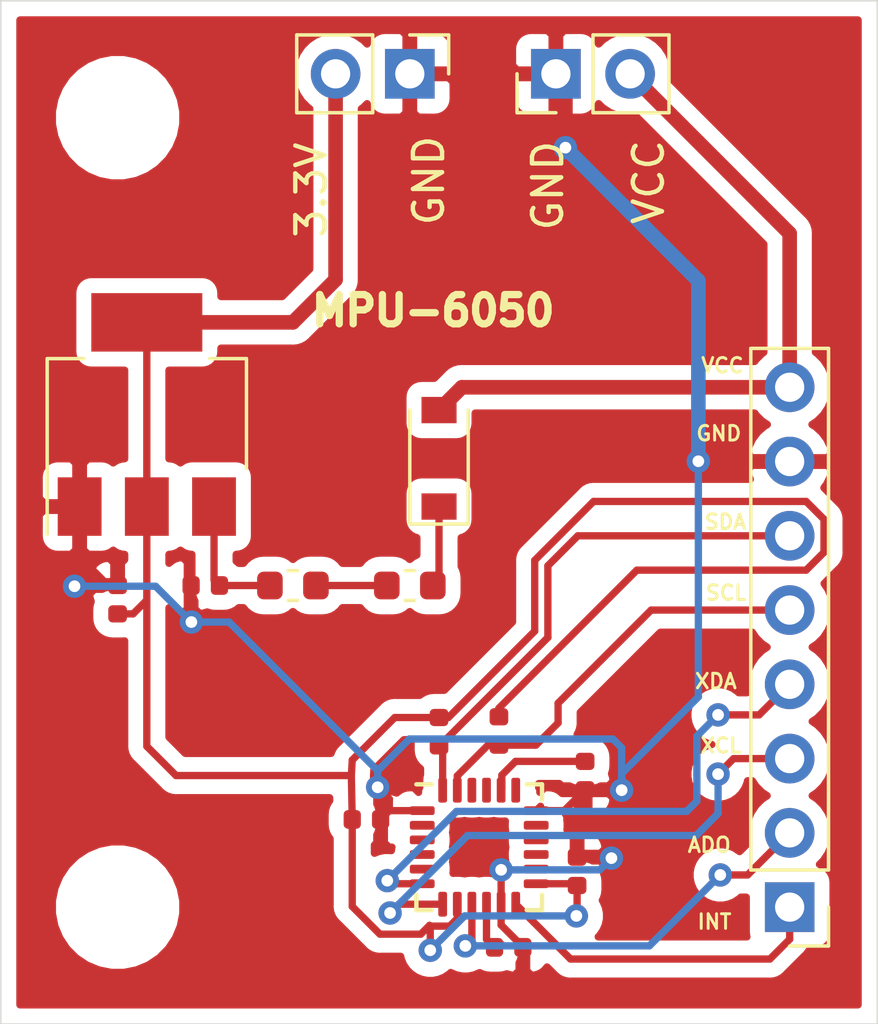
<source format=kicad_pcb>
(kicad_pcb (version 20171130) (host pcbnew "(5.1.5)-3")

  (general
    (thickness 1.6)
    (drawings 21)
    (tracks 171)
    (zones 0)
    (modules 18)
    (nets 15)
  )

  (page A4)
  (layers
    (0 F.Cu signal)
    (31 B.Cu signal)
    (32 B.Adhes user)
    (33 F.Adhes user)
    (34 B.Paste user)
    (35 F.Paste user)
    (36 B.SilkS user)
    (37 F.SilkS user)
    (38 B.Mask user)
    (39 F.Mask user)
    (40 Dwgs.User user)
    (41 Cmts.User user)
    (42 Eco1.User user)
    (43 Eco2.User user)
    (44 Edge.Cuts user)
    (45 Margin user)
    (46 B.CrtYd user)
    (47 F.CrtYd user)
    (48 B.Fab user hide)
    (49 F.Fab user hide)
  )

  (setup
    (last_trace_width 0.25)
    (user_trace_width 0.5)
    (trace_clearance 0.2)
    (zone_clearance 0.508)
    (zone_45_only no)
    (trace_min 0.2)
    (via_size 0.8)
    (via_drill 0.4)
    (via_min_size 0.4)
    (via_min_drill 0.3)
    (uvia_size 0.3)
    (uvia_drill 0.1)
    (uvias_allowed no)
    (uvia_min_size 0.2)
    (uvia_min_drill 0.1)
    (edge_width 0.05)
    (segment_width 0.2)
    (pcb_text_width 0.3)
    (pcb_text_size 1.5 1.5)
    (mod_edge_width 0.12)
    (mod_text_size 1 1)
    (mod_text_width 0.15)
    (pad_size 1.524 1.524)
    (pad_drill 0.762)
    (pad_to_mask_clearance 0.051)
    (solder_mask_min_width 0.25)
    (aux_axis_origin 0 0)
    (visible_elements 7FFFFFFF)
    (pcbplotparams
      (layerselection 0x010fc_ffffffff)
      (usegerberextensions false)
      (usegerberattributes false)
      (usegerberadvancedattributes false)
      (creategerberjobfile false)
      (excludeedgelayer true)
      (linewidth 0.100000)
      (plotframeref false)
      (viasonmask false)
      (mode 1)
      (useauxorigin false)
      (hpglpennumber 1)
      (hpglpenspeed 20)
      (hpglpendiameter 15.000000)
      (psnegative false)
      (psa4output false)
      (plotreference true)
      (plotvalue true)
      (plotinvisibletext false)
      (padsonsilk false)
      (subtractmaskfromsilk false)
      (outputformat 1)
      (mirror false)
      (drillshape 1)
      (scaleselection 1)
      (outputdirectory ""))
  )

  (net 0 "")
  (net 1 "Net-(C1-Pad1)")
  (net 2 GND)
  (net 3 +3V3)
  (net 4 "Net-(C3-Pad1)")
  (net 5 "Net-(C5-Pad1)")
  (net 6 "Net-(D1-Pad1)")
  (net 7 VCC)
  (net 8 "Net-(F1-Pad2)")
  (net 9 INT)
  (net 10 ADO)
  (net 11 XCL)
  (net 12 XDA)
  (net 13 SDA)
  (net 14 SCL)

  (net_class Default "This is the default net class."
    (clearance 0.2)
    (trace_width 0.25)
    (via_dia 0.8)
    (via_drill 0.4)
    (uvia_dia 0.3)
    (uvia_drill 0.1)
    (add_net +3V3)
    (add_net ADO)
    (add_net GND)
    (add_net INT)
    (add_net "Net-(C1-Pad1)")
    (add_net "Net-(C3-Pad1)")
    (add_net "Net-(C5-Pad1)")
    (add_net "Net-(D1-Pad1)")
    (add_net "Net-(F1-Pad2)")
    (add_net SCL)
    (add_net SDA)
    (add_net VCC)
    (add_net XCL)
    (add_net XDA)
  )

  (module MountingHoleSMD:MountingHole_3.2mm_M3 (layer F.Cu) (tedit 56D1B4CB) (tstamp 5EAA2DF4)
    (at 125 115)
    (descr "Mounting Hole 3.2mm, no annular, M3")
    (tags "mounting hole 3.2mm no annular m3")
    (path /5EB33F22)
    (attr virtual)
    (fp_text reference H2 (at 0 -4.2) (layer F.Fab)
      (effects (font (size 1 1) (thickness 0.15)))
    )
    (fp_text value MH (at 0 4.2) (layer F.Fab)
      (effects (font (size 1 1) (thickness 0.15)))
    )
    (fp_circle (center 0 0) (end 3.45 0) (layer F.CrtYd) (width 0.05))
    (fp_circle (center 0 0) (end 3.2 0) (layer Cmts.User) (width 0.15))
    (fp_text user %R (at 0.3 0) (layer F.Fab)
      (effects (font (size 1 1) (thickness 0.15)))
    )
    (pad 1 np_thru_hole circle (at 0 0) (size 3.2 3.2) (drill 3.2) (layers *.Cu *.Mask))
  )

  (module MountingHoleSMD:MountingHole_3.2mm_M3 (layer F.Cu) (tedit 56D1B4CB) (tstamp 5EAA3050)
    (at 125 88)
    (descr "Mounting Hole 3.2mm, no annular, M3")
    (tags "mounting hole 3.2mm no annular m3")
    (path /5EB33D09)
    (attr virtual)
    (fp_text reference H1 (at 0 -4.2) (layer F.Fab)
      (effects (font (size 1 1) (thickness 0.15)))
    )
    (fp_text value MH (at 0 4.2) (layer F.Fab)
      (effects (font (size 1 1) (thickness 0.15)))
    )
    (fp_circle (center 0 0) (end 3.45 0) (layer F.CrtYd) (width 0.05))
    (fp_circle (center 0 0) (end 3.2 0) (layer Cmts.User) (width 0.15))
    (fp_text user %R (at 0.3 0) (layer F.Fab)
      (effects (font (size 1 1) (thickness 0.15)))
    )
    (pad 1 np_thru_hole circle (at 0 0) (size 3.2 3.2) (drill 3.2) (layers *.Cu *.Mask))
  )

  (module Capacitor_SMD:C_0402_1005Metric (layer F.Cu) (tedit 5B301BBE) (tstamp 5EA9F0A1)
    (at 138.385 116.375)
    (descr "Capacitor SMD 0402 (1005 Metric), square (rectangular) end terminal, IPC_7351 nominal, (Body size source: http://www.tortai-tech.com/upload/download/2011102023233369053.pdf), generated with kicad-footprint-generator")
    (tags capacitor)
    (path /5EA9A4AD)
    (attr smd)
    (fp_text reference C1 (at 0 -1.17) (layer F.Fab)
      (effects (font (size 1 1) (thickness 0.15)))
    )
    (fp_text value 2200pF (at 0 1.17) (layer F.Fab)
      (effects (font (size 1 1) (thickness 0.15)))
    )
    (fp_line (start -0.5 0.25) (end -0.5 -0.25) (layer F.Fab) (width 0.1))
    (fp_line (start -0.5 -0.25) (end 0.5 -0.25) (layer F.Fab) (width 0.1))
    (fp_line (start 0.5 -0.25) (end 0.5 0.25) (layer F.Fab) (width 0.1))
    (fp_line (start 0.5 0.25) (end -0.5 0.25) (layer F.Fab) (width 0.1))
    (fp_line (start -0.93 0.47) (end -0.93 -0.47) (layer F.CrtYd) (width 0.05))
    (fp_line (start -0.93 -0.47) (end 0.93 -0.47) (layer F.CrtYd) (width 0.05))
    (fp_line (start 0.93 -0.47) (end 0.93 0.47) (layer F.CrtYd) (width 0.05))
    (fp_line (start 0.93 0.47) (end -0.93 0.47) (layer F.CrtYd) (width 0.05))
    (fp_text user %R (at 0 0) (layer F.Fab)
      (effects (font (size 0.25 0.25) (thickness 0.04)))
    )
    (pad 1 smd roundrect (at -0.485 0) (size 0.59 0.64) (layers F.Cu F.Paste F.Mask) (roundrect_rratio 0.25)
      (net 1 "Net-(C1-Pad1)"))
    (pad 2 smd roundrect (at 0.485 0) (size 0.59 0.64) (layers F.Cu F.Paste F.Mask) (roundrect_rratio 0.25)
      (net 2 GND))
    (model ${KISYS3DMOD}/Capacitor_SMD.3dshapes/C_0402_1005Metric.wrl
      (at (xyz 0 0 0))
      (scale (xyz 1 1 1))
      (rotate (xyz 0 0 0))
    )
    (model F:/kicad-packages3D-master/Capacitor_SMD.3dshapes/C_01005_0402Metric.wrl
      (at (xyz 0 0 0))
      (scale (xyz 1 1 1))
      (rotate (xyz 0 0 0))
    )
    (model F:/kicad-packages3D-master/Capacitor_SMD.3dshapes/C_0402_1005Metric.step
      (at (xyz 0 0 0))
      (scale (xyz 1 1 1))
      (rotate (xyz 0 0 0))
    )
    (model F:/kicad-packages3D-master/Capacitor_SMD.3dshapes/C_0402_1005Metric.wrl
      (at (xyz 0 0 0))
      (scale (xyz 1 1 1))
      (rotate (xyz 0 0 0))
    )
  )

  (module Capacitor_SMD:C_0402_1005Metric (layer F.Cu) (tedit 5B301BBE) (tstamp 5EAA07F9)
    (at 140.725 113.775 90)
    (descr "Capacitor SMD 0402 (1005 Metric), square (rectangular) end terminal, IPC_7351 nominal, (Body size source: http://www.tortai-tech.com/upload/download/2011102023233369053.pdf), generated with kicad-footprint-generator")
    (tags capacitor)
    (path /5EA9AB13)
    (attr smd)
    (fp_text reference C2 (at 0 -1.17 90) (layer F.Fab)
      (effects (font (size 1 1) (thickness 0.15)))
    )
    (fp_text value 0.1uF (at 0 1.17 90) (layer F.Fab)
      (effects (font (size 1 1) (thickness 0.15)))
    )
    (fp_text user %R (at 0 0 90) (layer F.Fab)
      (effects (font (size 0.25 0.25) (thickness 0.04)))
    )
    (fp_line (start 0.93 0.47) (end -0.93 0.47) (layer F.CrtYd) (width 0.05))
    (fp_line (start 0.93 -0.47) (end 0.93 0.47) (layer F.CrtYd) (width 0.05))
    (fp_line (start -0.93 -0.47) (end 0.93 -0.47) (layer F.CrtYd) (width 0.05))
    (fp_line (start -0.93 0.47) (end -0.93 -0.47) (layer F.CrtYd) (width 0.05))
    (fp_line (start 0.5 0.25) (end -0.5 0.25) (layer F.Fab) (width 0.1))
    (fp_line (start 0.5 -0.25) (end 0.5 0.25) (layer F.Fab) (width 0.1))
    (fp_line (start -0.5 -0.25) (end 0.5 -0.25) (layer F.Fab) (width 0.1))
    (fp_line (start -0.5 0.25) (end -0.5 -0.25) (layer F.Fab) (width 0.1))
    (pad 2 smd roundrect (at 0.485 0 90) (size 0.59 0.64) (layers F.Cu F.Paste F.Mask) (roundrect_rratio 0.25)
      (net 2 GND))
    (pad 1 smd roundrect (at -0.485 0 90) (size 0.59 0.64) (layers F.Cu F.Paste F.Mask) (roundrect_rratio 0.25)
      (net 3 +3V3))
    (model ${KISYS3DMOD}/Capacitor_SMD.3dshapes/C_0402_1005Metric.wrl
      (at (xyz 0 0 0))
      (scale (xyz 1 1 1))
      (rotate (xyz 0 0 0))
    )
    (model F:/kicad-packages3D-master/Capacitor_SMD.3dshapes/C_0402_1005Metric.wrl
      (at (xyz 0 0 0))
      (scale (xyz 1 1 1))
      (rotate (xyz 0 0 0))
    )
  )

  (module Capacitor_SMD:C_0402_1005Metric (layer F.Cu) (tedit 5B301BBE) (tstamp 5EAA077B)
    (at 141 110.5 270)
    (descr "Capacitor SMD 0402 (1005 Metric), square (rectangular) end terminal, IPC_7351 nominal, (Body size source: http://www.tortai-tech.com/upload/download/2011102023233369053.pdf), generated with kicad-footprint-generator")
    (tags capacitor)
    (path /5EA9B5A6)
    (attr smd)
    (fp_text reference C3 (at 0 -1.17 90) (layer F.Fab)
      (effects (font (size 1 1) (thickness 0.15)))
    )
    (fp_text value 0.1uF (at 0 1.17 90) (layer F.Fab)
      (effects (font (size 1 1) (thickness 0.15)))
    )
    (fp_line (start -0.5 0.25) (end -0.5 -0.25) (layer F.Fab) (width 0.1))
    (fp_line (start -0.5 -0.25) (end 0.5 -0.25) (layer F.Fab) (width 0.1))
    (fp_line (start 0.5 -0.25) (end 0.5 0.25) (layer F.Fab) (width 0.1))
    (fp_line (start 0.5 0.25) (end -0.5 0.25) (layer F.Fab) (width 0.1))
    (fp_line (start -0.93 0.47) (end -0.93 -0.47) (layer F.CrtYd) (width 0.05))
    (fp_line (start -0.93 -0.47) (end 0.93 -0.47) (layer F.CrtYd) (width 0.05))
    (fp_line (start 0.93 -0.47) (end 0.93 0.47) (layer F.CrtYd) (width 0.05))
    (fp_line (start 0.93 0.47) (end -0.93 0.47) (layer F.CrtYd) (width 0.05))
    (fp_text user %R (at 0 0 90) (layer F.Fab)
      (effects (font (size 0.25 0.25) (thickness 0.04)))
    )
    (pad 1 smd roundrect (at -0.485 0 270) (size 0.59 0.64) (layers F.Cu F.Paste F.Mask) (roundrect_rratio 0.25)
      (net 4 "Net-(C3-Pad1)"))
    (pad 2 smd roundrect (at 0.485 0 270) (size 0.59 0.64) (layers F.Cu F.Paste F.Mask) (roundrect_rratio 0.25)
      (net 2 GND))
    (model ${KISYS3DMOD}/Capacitor_SMD.3dshapes/C_0402_1005Metric.wrl
      (at (xyz 0 0 0))
      (scale (xyz 1 1 1))
      (rotate (xyz 0 0 0))
    )
    (model F:/kicad-packages3D-master/Capacitor_SMD.3dshapes/C_0402_1005Metric.wrl
      (at (xyz 0 0 0))
      (scale (xyz 1 1 1))
      (rotate (xyz 0 0 0))
    )
  )

  (module Capacitor_SMD:C_0402_1005Metric (layer F.Cu) (tedit 5B301BBE) (tstamp 5EAA0751)
    (at 133.515 112 180)
    (descr "Capacitor SMD 0402 (1005 Metric), square (rectangular) end terminal, IPC_7351 nominal, (Body size source: http://www.tortai-tech.com/upload/download/2011102023233369053.pdf), generated with kicad-footprint-generator")
    (tags capacitor)
    (path /5EA9B0BE)
    (attr smd)
    (fp_text reference C4 (at 0 -1.17) (layer F.Fab)
      (effects (font (size 1 1) (thickness 0.15)))
    )
    (fp_text value 0.01uF (at 0 1.17) (layer F.Fab)
      (effects (font (size 1 1) (thickness 0.15)))
    )
    (fp_text user %R (at 0 0) (layer F.Fab)
      (effects (font (size 0.25 0.25) (thickness 0.04)))
    )
    (fp_line (start 0.93 0.47) (end -0.93 0.47) (layer F.CrtYd) (width 0.05))
    (fp_line (start 0.93 -0.47) (end 0.93 0.47) (layer F.CrtYd) (width 0.05))
    (fp_line (start -0.93 -0.47) (end 0.93 -0.47) (layer F.CrtYd) (width 0.05))
    (fp_line (start -0.93 0.47) (end -0.93 -0.47) (layer F.CrtYd) (width 0.05))
    (fp_line (start 0.5 0.25) (end -0.5 0.25) (layer F.Fab) (width 0.1))
    (fp_line (start 0.5 -0.25) (end 0.5 0.25) (layer F.Fab) (width 0.1))
    (fp_line (start -0.5 -0.25) (end 0.5 -0.25) (layer F.Fab) (width 0.1))
    (fp_line (start -0.5 0.25) (end -0.5 -0.25) (layer F.Fab) (width 0.1))
    (pad 2 smd roundrect (at 0.485 0 180) (size 0.59 0.64) (layers F.Cu F.Paste F.Mask) (roundrect_rratio 0.25)
      (net 3 +3V3))
    (pad 1 smd roundrect (at -0.485 0 180) (size 0.59 0.64) (layers F.Cu F.Paste F.Mask) (roundrect_rratio 0.25)
      (net 2 GND))
    (model ${KISYS3DMOD}/Capacitor_SMD.3dshapes/C_0402_1005Metric.wrl
      (at (xyz 0 0 0))
      (scale (xyz 1 1 1))
      (rotate (xyz 0 0 0))
    )
    (model F:/kicad-packages3D-master/Capacitor_SMD.3dshapes/C_0402_1005Metric.wrl
      (at (xyz 0 0 0))
      (scale (xyz 1 1 1))
      (rotate (xyz 0 0 0))
    )
  )

  (module Capacitor_SMD:C_0402_1005Metric (layer F.Cu) (tedit 5B301BBE) (tstamp 5EA9F0DD)
    (at 128 104 180)
    (descr "Capacitor SMD 0402 (1005 Metric), square (rectangular) end terminal, IPC_7351 nominal, (Body size source: http://www.tortai-tech.com/upload/download/2011102023233369053.pdf), generated with kicad-footprint-generator")
    (tags capacitor)
    (path /5EA9BEBB)
    (attr smd)
    (fp_text reference C5 (at 0 -1.17) (layer F.Fab)
      (effects (font (size 1 1) (thickness 0.15)))
    )
    (fp_text value 10uF (at 0 1.17) (layer F.Fab)
      (effects (font (size 1 1) (thickness 0.15)))
    )
    (fp_line (start -0.5 0.25) (end -0.5 -0.25) (layer F.Fab) (width 0.1))
    (fp_line (start -0.5 -0.25) (end 0.5 -0.25) (layer F.Fab) (width 0.1))
    (fp_line (start 0.5 -0.25) (end 0.5 0.25) (layer F.Fab) (width 0.1))
    (fp_line (start 0.5 0.25) (end -0.5 0.25) (layer F.Fab) (width 0.1))
    (fp_line (start -0.93 0.47) (end -0.93 -0.47) (layer F.CrtYd) (width 0.05))
    (fp_line (start -0.93 -0.47) (end 0.93 -0.47) (layer F.CrtYd) (width 0.05))
    (fp_line (start 0.93 -0.47) (end 0.93 0.47) (layer F.CrtYd) (width 0.05))
    (fp_line (start 0.93 0.47) (end -0.93 0.47) (layer F.CrtYd) (width 0.05))
    (fp_text user %R (at 0 0) (layer F.Fab)
      (effects (font (size 0.25 0.25) (thickness 0.04)))
    )
    (pad 1 smd roundrect (at -0.485 0 180) (size 0.59 0.64) (layers F.Cu F.Paste F.Mask) (roundrect_rratio 0.25)
      (net 5 "Net-(C5-Pad1)"))
    (pad 2 smd roundrect (at 0.485 0 180) (size 0.59 0.64) (layers F.Cu F.Paste F.Mask) (roundrect_rratio 0.25)
      (net 2 GND))
    (model ${KISYS3DMOD}/Capacitor_SMD.3dshapes/C_0402_1005Metric.wrl
      (at (xyz 0 0 0))
      (scale (xyz 1 1 1))
      (rotate (xyz 0 0 0))
    )
    (model F:/kicad-packages3D-master/Capacitor_SMD.3dshapes/C_0402_1005Metric.wrl
      (at (xyz 0 0 0))
      (scale (xyz 1 1 1))
      (rotate (xyz 0 0 0))
    )
  )

  (module Capacitor_SMD:C_0402_1005Metric (layer F.Cu) (tedit 5B301BBE) (tstamp 5EA9F0EC)
    (at 125 104.485 90)
    (descr "Capacitor SMD 0402 (1005 Metric), square (rectangular) end terminal, IPC_7351 nominal, (Body size source: http://www.tortai-tech.com/upload/download/2011102023233369053.pdf), generated with kicad-footprint-generator")
    (tags capacitor)
    (path /5EA9B9AF)
    (attr smd)
    (fp_text reference C6 (at 0 -1.17 90) (layer F.Fab)
      (effects (font (size 1 1) (thickness 0.15)))
    )
    (fp_text value 10uF (at 0 1.17 90) (layer F.Fab)
      (effects (font (size 1 1) (thickness 0.15)))
    )
    (fp_text user %R (at 0 0 90) (layer F.Fab)
      (effects (font (size 0.25 0.25) (thickness 0.04)))
    )
    (fp_line (start 0.93 0.47) (end -0.93 0.47) (layer F.CrtYd) (width 0.05))
    (fp_line (start 0.93 -0.47) (end 0.93 0.47) (layer F.CrtYd) (width 0.05))
    (fp_line (start -0.93 -0.47) (end 0.93 -0.47) (layer F.CrtYd) (width 0.05))
    (fp_line (start -0.93 0.47) (end -0.93 -0.47) (layer F.CrtYd) (width 0.05))
    (fp_line (start 0.5 0.25) (end -0.5 0.25) (layer F.Fab) (width 0.1))
    (fp_line (start 0.5 -0.25) (end 0.5 0.25) (layer F.Fab) (width 0.1))
    (fp_line (start -0.5 -0.25) (end 0.5 -0.25) (layer F.Fab) (width 0.1))
    (fp_line (start -0.5 0.25) (end -0.5 -0.25) (layer F.Fab) (width 0.1))
    (pad 2 smd roundrect (at 0.485 0 90) (size 0.59 0.64) (layers F.Cu F.Paste F.Mask) (roundrect_rratio 0.25)
      (net 2 GND))
    (pad 1 smd roundrect (at -0.485 0 90) (size 0.59 0.64) (layers F.Cu F.Paste F.Mask) (roundrect_rratio 0.25)
      (net 3 +3V3))
    (model ${KISYS3DMOD}/Capacitor_SMD.3dshapes/C_0402_1005Metric.wrl
      (at (xyz 0 0 0))
      (scale (xyz 1 1 1))
      (rotate (xyz 0 0 0))
    )
    (model F:/kicad-packages3D-master/Capacitor_SMD.3dshapes/C_0402_1005Metric.wrl
      (at (xyz 0 0 0))
      (scale (xyz 1 1 1))
      (rotate (xyz 0 0 0))
    )
  )

  (module Diode_SMD:D_SOD-123 (layer F.Cu) (tedit 58645DC7) (tstamp 5EA9F105)
    (at 136 99.65 90)
    (descr SOD-123)
    (tags SOD-123)
    (path /5EAF9FD0)
    (attr smd)
    (fp_text reference D1 (at 0 -2 90) (layer F.Fab)
      (effects (font (size 1 1) (thickness 0.15)))
    )
    (fp_text value B5819N (at 0 2.1 90) (layer F.Fab)
      (effects (font (size 1 1) (thickness 0.15)))
    )
    (fp_text user %R (at 0 -2 90) (layer F.Fab)
      (effects (font (size 1 1) (thickness 0.15)))
    )
    (fp_line (start -2.25 -1) (end -2.25 1) (layer F.SilkS) (width 0.12))
    (fp_line (start 0.25 0) (end 0.75 0) (layer F.Fab) (width 0.1))
    (fp_line (start 0.25 0.4) (end -0.35 0) (layer F.Fab) (width 0.1))
    (fp_line (start 0.25 -0.4) (end 0.25 0.4) (layer F.Fab) (width 0.1))
    (fp_line (start -0.35 0) (end 0.25 -0.4) (layer F.Fab) (width 0.1))
    (fp_line (start -0.35 0) (end -0.35 0.55) (layer F.Fab) (width 0.1))
    (fp_line (start -0.35 0) (end -0.35 -0.55) (layer F.Fab) (width 0.1))
    (fp_line (start -0.75 0) (end -0.35 0) (layer F.Fab) (width 0.1))
    (fp_line (start -1.4 0.9) (end -1.4 -0.9) (layer F.Fab) (width 0.1))
    (fp_line (start 1.4 0.9) (end -1.4 0.9) (layer F.Fab) (width 0.1))
    (fp_line (start 1.4 -0.9) (end 1.4 0.9) (layer F.Fab) (width 0.1))
    (fp_line (start -1.4 -0.9) (end 1.4 -0.9) (layer F.Fab) (width 0.1))
    (fp_line (start -2.35 -1.15) (end 2.35 -1.15) (layer F.CrtYd) (width 0.05))
    (fp_line (start 2.35 -1.15) (end 2.35 1.15) (layer F.CrtYd) (width 0.05))
    (fp_line (start 2.35 1.15) (end -2.35 1.15) (layer F.CrtYd) (width 0.05))
    (fp_line (start -2.35 -1.15) (end -2.35 1.15) (layer F.CrtYd) (width 0.05))
    (fp_line (start -2.25 1) (end 1.65 1) (layer F.SilkS) (width 0.12))
    (fp_line (start -2.25 -1) (end 1.65 -1) (layer F.SilkS) (width 0.12))
    (pad 1 smd rect (at -1.65 0 90) (size 0.9 1.2) (layers F.Cu F.Paste F.Mask)
      (net 6 "Net-(D1-Pad1)"))
    (pad 2 smd rect (at 1.65 0 90) (size 0.9 1.2) (layers F.Cu F.Paste F.Mask)
      (net 7 VCC))
    (model ${KISYS3DMOD}/Diode_SMD.3dshapes/D_SOD-123.wrl
      (at (xyz 0 0 0))
      (scale (xyz 1 1 1))
      (rotate (xyz 0 0 0))
    )
    (model F:/kicad-packages3D-master/Diode_SMD.3dshapes/D_SOD-123.wrl
      (at (xyz 0 0 0))
      (scale (xyz 1 1 1))
      (rotate (xyz 0 0 0))
    )
  )

  (module Fuse:Fuse_0603_1608Metric (layer F.Cu) (tedit 5B301BBE) (tstamp 5EA9F116)
    (at 135 104 180)
    (descr "Fuse SMD 0603 (1608 Metric), square (rectangular) end terminal, IPC_7351 nominal, (Body size source: http://www.tortai-tech.com/upload/download/2011102023233369053.pdf), generated with kicad-footprint-generator")
    (tags resistor)
    (path /5EAF9841)
    (attr smd)
    (fp_text reference F1 (at 0 -1.43) (layer F.Fab)
      (effects (font (size 1 1) (thickness 0.15)))
    )
    (fp_text value 500mA (at 0 1.43) (layer F.Fab)
      (effects (font (size 1 1) (thickness 0.15)))
    )
    (fp_line (start -0.8 0.4) (end -0.8 -0.4) (layer F.Fab) (width 0.1))
    (fp_line (start -0.8 -0.4) (end 0.8 -0.4) (layer F.Fab) (width 0.1))
    (fp_line (start 0.8 -0.4) (end 0.8 0.4) (layer F.Fab) (width 0.1))
    (fp_line (start 0.8 0.4) (end -0.8 0.4) (layer F.Fab) (width 0.1))
    (fp_line (start -0.162779 -0.51) (end 0.162779 -0.51) (layer F.SilkS) (width 0.12))
    (fp_line (start -0.162779 0.51) (end 0.162779 0.51) (layer F.SilkS) (width 0.12))
    (fp_line (start -1.48 0.73) (end -1.48 -0.73) (layer F.CrtYd) (width 0.05))
    (fp_line (start -1.48 -0.73) (end 1.48 -0.73) (layer F.CrtYd) (width 0.05))
    (fp_line (start 1.48 -0.73) (end 1.48 0.73) (layer F.CrtYd) (width 0.05))
    (fp_line (start 1.48 0.73) (end -1.48 0.73) (layer F.CrtYd) (width 0.05))
    (fp_text user %R (at 0 0) (layer F.Fab)
      (effects (font (size 0.4 0.4) (thickness 0.06)))
    )
    (pad 1 smd roundrect (at -0.7875 0 180) (size 0.875 0.95) (layers F.Cu F.Paste F.Mask) (roundrect_rratio 0.25)
      (net 6 "Net-(D1-Pad1)"))
    (pad 2 smd roundrect (at 0.7875 0 180) (size 0.875 0.95) (layers F.Cu F.Paste F.Mask) (roundrect_rratio 0.25)
      (net 8 "Net-(F1-Pad2)"))
    (model ${KISYS3DMOD}/Fuse.3dshapes/Fuse_0603_1608Metric.wrl
      (at (xyz 0 0 0))
      (scale (xyz 1 1 1))
      (rotate (xyz 0 0 0))
    )
  )

  (module Inductor_SMD:L_0603_1608Metric (layer F.Cu) (tedit 5B301BBE) (tstamp 5EA9F127)
    (at 131 104)
    (descr "Inductor SMD 0603 (1608 Metric), square (rectangular) end terminal, IPC_7351 nominal, (Body size source: http://www.tortai-tech.com/upload/download/2011102023233369053.pdf), generated with kicad-footprint-generator")
    (tags inductor)
    (path /5EAF8AAC)
    (attr smd)
    (fp_text reference FB1 (at 0 -1.43) (layer F.Fab)
      (effects (font (size 1 1) (thickness 0.15)))
    )
    (fp_text value 100@100MHz (at 0 1.43) (layer F.Fab)
      (effects (font (size 1 1) (thickness 0.15)))
    )
    (fp_line (start -0.8 0.4) (end -0.8 -0.4) (layer F.Fab) (width 0.1))
    (fp_line (start -0.8 -0.4) (end 0.8 -0.4) (layer F.Fab) (width 0.1))
    (fp_line (start 0.8 -0.4) (end 0.8 0.4) (layer F.Fab) (width 0.1))
    (fp_line (start 0.8 0.4) (end -0.8 0.4) (layer F.Fab) (width 0.1))
    (fp_line (start -0.162779 -0.51) (end 0.162779 -0.51) (layer F.SilkS) (width 0.12))
    (fp_line (start -0.162779 0.51) (end 0.162779 0.51) (layer F.SilkS) (width 0.12))
    (fp_line (start -1.48 0.73) (end -1.48 -0.73) (layer F.CrtYd) (width 0.05))
    (fp_line (start -1.48 -0.73) (end 1.48 -0.73) (layer F.CrtYd) (width 0.05))
    (fp_line (start 1.48 -0.73) (end 1.48 0.73) (layer F.CrtYd) (width 0.05))
    (fp_line (start 1.48 0.73) (end -1.48 0.73) (layer F.CrtYd) (width 0.05))
    (fp_text user %R (at 0 0) (layer F.Fab)
      (effects (font (size 0.4 0.4) (thickness 0.06)))
    )
    (pad 1 smd roundrect (at -0.7875 0) (size 0.875 0.95) (layers F.Cu F.Paste F.Mask) (roundrect_rratio 0.25)
      (net 5 "Net-(C5-Pad1)"))
    (pad 2 smd roundrect (at 0.7875 0) (size 0.875 0.95) (layers F.Cu F.Paste F.Mask) (roundrect_rratio 0.25)
      (net 8 "Net-(F1-Pad2)"))
    (model ${KISYS3DMOD}/Inductor_SMD.3dshapes/L_0603_1608Metric.wrl
      (at (xyz 0 0 0))
      (scale (xyz 1 1 1))
      (rotate (xyz 0 0 0))
    )
    (model F:/kicad-packages3D-master/Inductor_SMD.3dshapes/L_0603_1608Metric.wrl
      (at (xyz 0 0 0))
      (scale (xyz 1 1 1))
      (rotate (xyz 0 0 0))
    )
  )

  (module Connector_PinHeader_2.54mm:PinHeader_1x08_P2.54mm_Vertical (layer F.Cu) (tedit 59FED5CC) (tstamp 5EA9F143)
    (at 148 115 180)
    (descr "Through hole straight pin header, 1x08, 2.54mm pitch, single row")
    (tags "Through hole pin header THT 1x08 2.54mm single row")
    (path /5EAD3B3A)
    (fp_text reference J1 (at 0 -2.33) (layer F.Fab)
      (effects (font (size 1 1) (thickness 0.15)))
    )
    (fp_text value Conn_01x08 (at 0 20.11) (layer F.Fab)
      (effects (font (size 1 1) (thickness 0.15)))
    )
    (fp_line (start -0.635 -1.27) (end 1.27 -1.27) (layer F.Fab) (width 0.1))
    (fp_line (start 1.27 -1.27) (end 1.27 19.05) (layer F.Fab) (width 0.1))
    (fp_line (start 1.27 19.05) (end -1.27 19.05) (layer F.Fab) (width 0.1))
    (fp_line (start -1.27 19.05) (end -1.27 -0.635) (layer F.Fab) (width 0.1))
    (fp_line (start -1.27 -0.635) (end -0.635 -1.27) (layer F.Fab) (width 0.1))
    (fp_line (start -1.33 19.11) (end 1.33 19.11) (layer F.SilkS) (width 0.12))
    (fp_line (start -1.33 1.27) (end -1.33 19.11) (layer F.SilkS) (width 0.12))
    (fp_line (start 1.33 1.27) (end 1.33 19.11) (layer F.SilkS) (width 0.12))
    (fp_line (start -1.33 1.27) (end 1.33 1.27) (layer F.SilkS) (width 0.12))
    (fp_line (start -1.33 0) (end -1.33 -1.33) (layer F.SilkS) (width 0.12))
    (fp_line (start -1.33 -1.33) (end 0 -1.33) (layer F.SilkS) (width 0.12))
    (fp_line (start -1.8 -1.8) (end -1.8 19.55) (layer F.CrtYd) (width 0.05))
    (fp_line (start -1.8 19.55) (end 1.8 19.55) (layer F.CrtYd) (width 0.05))
    (fp_line (start 1.8 19.55) (end 1.8 -1.8) (layer F.CrtYd) (width 0.05))
    (fp_line (start 1.8 -1.8) (end -1.8 -1.8) (layer F.CrtYd) (width 0.05))
    (fp_text user %R (at 0 8.89 90) (layer F.Fab)
      (effects (font (size 1 1) (thickness 0.15)))
    )
    (pad 1 thru_hole rect (at 0 0 180) (size 1.7 1.7) (drill 1) (layers *.Cu *.Mask)
      (net 9 INT))
    (pad 2 thru_hole oval (at 0 2.54 180) (size 1.7 1.7) (drill 1) (layers *.Cu *.Mask)
      (net 10 ADO))
    (pad 3 thru_hole oval (at 0 5.08 180) (size 1.7 1.7) (drill 1) (layers *.Cu *.Mask)
      (net 11 XCL))
    (pad 4 thru_hole oval (at 0 7.62 180) (size 1.7 1.7) (drill 1) (layers *.Cu *.Mask)
      (net 12 XDA))
    (pad 5 thru_hole oval (at 0 10.16 180) (size 1.7 1.7) (drill 1) (layers *.Cu *.Mask)
      (net 14 SCL))
    (pad 6 thru_hole oval (at 0 12.7 180) (size 1.7 1.7) (drill 1) (layers *.Cu *.Mask)
      (net 13 SDA))
    (pad 7 thru_hole oval (at 0 15.24 180) (size 1.7 1.7) (drill 1) (layers *.Cu *.Mask)
      (net 2 GND))
    (pad 8 thru_hole oval (at 0 17.78 180) (size 1.7 1.7) (drill 1) (layers *.Cu *.Mask)
      (net 7 VCC))
    (model ${KISYS3DMOD}/Connector_PinHeader_2.54mm.3dshapes/PinHeader_1x08_P2.54mm_Vertical.wrl
      (at (xyz 0 0 0))
      (scale (xyz 1 1 1))
      (rotate (xyz 0 0 0))
    )
    (model F:/kicad-packages3D-master/Connector_PinHeader_2.54mm.3dshapes/PinHeader_1x08_P2.54mm_Vertical.step
      (at (xyz 0 0 0))
      (scale (xyz 1 1 1))
      (rotate (xyz 0 0 0))
    )
  )

  (module Connector_PinHeader_2.54mm:PinHeader_1x02_P2.54mm_Vertical (layer F.Cu) (tedit 59FED5CC) (tstamp 5EAA0CF8)
    (at 140 86.5 90)
    (descr "Through hole straight pin header, 1x02, 2.54mm pitch, single row")
    (tags "Through hole pin header THT 1x02 2.54mm single row")
    (path /5EADA851)
    (fp_text reference J2 (at 0 -2.33 90) (layer F.Fab)
      (effects (font (size 1 1) (thickness 0.15)))
    )
    (fp_text value Conn_01x02 (at 0 4.87 90) (layer F.Fab)
      (effects (font (size 1 1) (thickness 0.15)))
    )
    (fp_line (start -0.635 -1.27) (end 1.27 -1.27) (layer F.Fab) (width 0.1))
    (fp_line (start 1.27 -1.27) (end 1.27 3.81) (layer F.Fab) (width 0.1))
    (fp_line (start 1.27 3.81) (end -1.27 3.81) (layer F.Fab) (width 0.1))
    (fp_line (start -1.27 3.81) (end -1.27 -0.635) (layer F.Fab) (width 0.1))
    (fp_line (start -1.27 -0.635) (end -0.635 -1.27) (layer F.Fab) (width 0.1))
    (fp_line (start -1.33 3.87) (end 1.33 3.87) (layer F.SilkS) (width 0.12))
    (fp_line (start -1.33 1.27) (end -1.33 3.87) (layer F.SilkS) (width 0.12))
    (fp_line (start 1.33 1.27) (end 1.33 3.87) (layer F.SilkS) (width 0.12))
    (fp_line (start -1.33 1.27) (end 1.33 1.27) (layer F.SilkS) (width 0.12))
    (fp_line (start -1.33 0) (end -1.33 -1.33) (layer F.SilkS) (width 0.12))
    (fp_line (start -1.33 -1.33) (end 0 -1.33) (layer F.SilkS) (width 0.12))
    (fp_line (start -1.8 -1.8) (end -1.8 4.35) (layer F.CrtYd) (width 0.05))
    (fp_line (start -1.8 4.35) (end 1.8 4.35) (layer F.CrtYd) (width 0.05))
    (fp_line (start 1.8 4.35) (end 1.8 -1.8) (layer F.CrtYd) (width 0.05))
    (fp_line (start 1.8 -1.8) (end -1.8 -1.8) (layer F.CrtYd) (width 0.05))
    (fp_text user %R (at 0 1.27) (layer F.Fab)
      (effects (font (size 1 1) (thickness 0.15)))
    )
    (pad 1 thru_hole rect (at 0 0 90) (size 1.7 1.7) (drill 1) (layers *.Cu *.Mask)
      (net 2 GND))
    (pad 2 thru_hole oval (at 0 2.54 90) (size 1.7 1.7) (drill 1) (layers *.Cu *.Mask)
      (net 7 VCC))
    (model ${KISYS3DMOD}/Connector_PinHeader_2.54mm.3dshapes/PinHeader_1x02_P2.54mm_Vertical.wrl
      (at (xyz 0 0 0))
      (scale (xyz 1 1 1))
      (rotate (xyz 0 0 0))
    )
    (model F:/kicad-packages3D-master/Connector_PinHeader_2.54mm.3dshapes/PinHeader_1x02_P2.54mm_Vertical.wrl
      (at (xyz 0 0 0))
      (scale (xyz 1 1 1))
      (rotate (xyz 0 0 0))
    )
  )

  (module Connector_PinHeader_2.54mm:PinHeader_1x02_P2.54mm_Vertical (layer F.Cu) (tedit 59FED5CC) (tstamp 5EA9F16F)
    (at 135 86.5 270)
    (descr "Through hole straight pin header, 1x02, 2.54mm pitch, single row")
    (tags "Through hole pin header THT 1x02 2.54mm single row")
    (path /5EADB04A)
    (fp_text reference J3 (at 0 -2.33 90) (layer F.Fab)
      (effects (font (size 1 1) (thickness 0.15)))
    )
    (fp_text value Conn_01x02 (at 0 4.87 90) (layer F.Fab)
      (effects (font (size 1 1) (thickness 0.15)))
    )
    (fp_text user %R (at 0 1.27) (layer F.Fab)
      (effects (font (size 1 1) (thickness 0.15)))
    )
    (fp_line (start 1.8 -1.8) (end -1.8 -1.8) (layer F.CrtYd) (width 0.05))
    (fp_line (start 1.8 4.35) (end 1.8 -1.8) (layer F.CrtYd) (width 0.05))
    (fp_line (start -1.8 4.35) (end 1.8 4.35) (layer F.CrtYd) (width 0.05))
    (fp_line (start -1.8 -1.8) (end -1.8 4.35) (layer F.CrtYd) (width 0.05))
    (fp_line (start -1.33 -1.33) (end 0 -1.33) (layer F.SilkS) (width 0.12))
    (fp_line (start -1.33 0) (end -1.33 -1.33) (layer F.SilkS) (width 0.12))
    (fp_line (start -1.33 1.27) (end 1.33 1.27) (layer F.SilkS) (width 0.12))
    (fp_line (start 1.33 1.27) (end 1.33 3.87) (layer F.SilkS) (width 0.12))
    (fp_line (start -1.33 1.27) (end -1.33 3.87) (layer F.SilkS) (width 0.12))
    (fp_line (start -1.33 3.87) (end 1.33 3.87) (layer F.SilkS) (width 0.12))
    (fp_line (start -1.27 -0.635) (end -0.635 -1.27) (layer F.Fab) (width 0.1))
    (fp_line (start -1.27 3.81) (end -1.27 -0.635) (layer F.Fab) (width 0.1))
    (fp_line (start 1.27 3.81) (end -1.27 3.81) (layer F.Fab) (width 0.1))
    (fp_line (start 1.27 -1.27) (end 1.27 3.81) (layer F.Fab) (width 0.1))
    (fp_line (start -0.635 -1.27) (end 1.27 -1.27) (layer F.Fab) (width 0.1))
    (pad 2 thru_hole oval (at 0 2.54 270) (size 1.7 1.7) (drill 1) (layers *.Cu *.Mask)
      (net 3 +3V3))
    (pad 1 thru_hole rect (at 0 0 270) (size 1.7 1.7) (drill 1) (layers *.Cu *.Mask)
      (net 2 GND))
    (model ${KISYS3DMOD}/Connector_PinHeader_2.54mm.3dshapes/PinHeader_1x02_P2.54mm_Vertical.wrl
      (at (xyz 0 0 0))
      (scale (xyz 1 1 1))
      (rotate (xyz 0 0 0))
    )
    (model F:/kicad-packages3D-master/Connector_PinHeader_2.54mm.3dshapes/PinHeader_1x02_P2.54mm_Vertical.wrl
      (at (xyz 0 0 0))
      (scale (xyz 1 1 1))
      (rotate (xyz 0 0 0))
    )
  )

  (module Resistor_SMD:R_0402_1005Metric (layer F.Cu) (tedit 5B301BBD) (tstamp 5EAA07A5)
    (at 136 109 90)
    (descr "Resistor SMD 0402 (1005 Metric), square (rectangular) end terminal, IPC_7351 nominal, (Body size source: http://www.tortai-tech.com/upload/download/2011102023233369053.pdf), generated with kicad-footprint-generator")
    (tags resistor)
    (path /5EA99516)
    (attr smd)
    (fp_text reference R1 (at 0 -1.17 90) (layer F.Fab)
      (effects (font (size 1 1) (thickness 0.15)))
    )
    (fp_text value 4.7K (at 0 1.17 90) (layer F.Fab)
      (effects (font (size 1 1) (thickness 0.15)))
    )
    (fp_line (start -0.5 0.25) (end -0.5 -0.25) (layer F.Fab) (width 0.1))
    (fp_line (start -0.5 -0.25) (end 0.5 -0.25) (layer F.Fab) (width 0.1))
    (fp_line (start 0.5 -0.25) (end 0.5 0.25) (layer F.Fab) (width 0.1))
    (fp_line (start 0.5 0.25) (end -0.5 0.25) (layer F.Fab) (width 0.1))
    (fp_line (start -0.93 0.47) (end -0.93 -0.47) (layer F.CrtYd) (width 0.05))
    (fp_line (start -0.93 -0.47) (end 0.93 -0.47) (layer F.CrtYd) (width 0.05))
    (fp_line (start 0.93 -0.47) (end 0.93 0.47) (layer F.CrtYd) (width 0.05))
    (fp_line (start 0.93 0.47) (end -0.93 0.47) (layer F.CrtYd) (width 0.05))
    (fp_text user %R (at 0 0 90) (layer F.Fab)
      (effects (font (size 0.25 0.25) (thickness 0.04)))
    )
    (pad 1 smd roundrect (at -0.485 0 90) (size 0.59 0.64) (layers F.Cu F.Paste F.Mask) (roundrect_rratio 0.25)
      (net 13 SDA))
    (pad 2 smd roundrect (at 0.485 0 90) (size 0.59 0.64) (layers F.Cu F.Paste F.Mask) (roundrect_rratio 0.25)
      (net 3 +3V3))
    (model ${KISYS3DMOD}/Resistor_SMD.3dshapes/R_0402_1005Metric.wrl
      (at (xyz 0 0 0))
      (scale (xyz 1 1 1))
      (rotate (xyz 0 0 0))
    )
    (model F:/kicad-packages3D-master/Resistor_SMD.3dshapes/R_0402_1005Metric.wrl
      (at (xyz 0 0 0))
      (scale (xyz 1 1 1))
      (rotate (xyz 0 0 0))
    )
  )

  (module Resistor_SMD:R_0402_1005Metric (layer F.Cu) (tedit 5B301BBD) (tstamp 5EAA07CF)
    (at 138.05 108.975 90)
    (descr "Resistor SMD 0402 (1005 Metric), square (rectangular) end terminal, IPC_7351 nominal, (Body size source: http://www.tortai-tech.com/upload/download/2011102023233369053.pdf), generated with kicad-footprint-generator")
    (tags resistor)
    (path /5EA99DA6)
    (attr smd)
    (fp_text reference R2 (at 0 -1.17 90) (layer F.Fab)
      (effects (font (size 1 1) (thickness 0.15)))
    )
    (fp_text value 4.7K (at 0 1.17 90) (layer F.Fab)
      (effects (font (size 1 1) (thickness 0.15)))
    )
    (fp_text user %R (at 0 0 90) (layer F.Fab)
      (effects (font (size 0.25 0.25) (thickness 0.04)))
    )
    (fp_line (start 0.93 0.47) (end -0.93 0.47) (layer F.CrtYd) (width 0.05))
    (fp_line (start 0.93 -0.47) (end 0.93 0.47) (layer F.CrtYd) (width 0.05))
    (fp_line (start -0.93 -0.47) (end 0.93 -0.47) (layer F.CrtYd) (width 0.05))
    (fp_line (start -0.93 0.47) (end -0.93 -0.47) (layer F.CrtYd) (width 0.05))
    (fp_line (start 0.5 0.25) (end -0.5 0.25) (layer F.Fab) (width 0.1))
    (fp_line (start 0.5 -0.25) (end 0.5 0.25) (layer F.Fab) (width 0.1))
    (fp_line (start -0.5 -0.25) (end 0.5 -0.25) (layer F.Fab) (width 0.1))
    (fp_line (start -0.5 0.25) (end -0.5 -0.25) (layer F.Fab) (width 0.1))
    (pad 2 smd roundrect (at 0.485 0 90) (size 0.59 0.64) (layers F.Cu F.Paste F.Mask) (roundrect_rratio 0.25)
      (net 3 +3V3))
    (pad 1 smd roundrect (at -0.485 0 90) (size 0.59 0.64) (layers F.Cu F.Paste F.Mask) (roundrect_rratio 0.25)
      (net 14 SCL))
    (model ${KISYS3DMOD}/Resistor_SMD.3dshapes/R_0402_1005Metric.wrl
      (at (xyz 0 0 0))
      (scale (xyz 1 1 1))
      (rotate (xyz 0 0 0))
    )
    (model F:/kicad-packages3D-master/Resistor_SMD.3dshapes/R_0402_1005Metric.wrl
      (at (xyz 0 0 0))
      (scale (xyz 1 1 1))
      (rotate (xyz 0 0 0))
    )
  )

  (module Sensor_Motion:InvenSense_QFN-24_4x4mm_P0.5mm (layer F.Cu) (tedit 5B5A6D8E) (tstamp 5EAA09F5)
    (at 137.375 112.95)
    (descr "24-Lead Plastic QFN (4mm x 4mm); Pitch 0.5mm; EP 2.7x2.6mm; for InvenSense motion sensors; keepout area marked (Package see: https://store.invensense.com/datasheets/invensense/MPU-6050_DataSheet_V3%204.pdf; See also https://www.invensense.com/wp-content/uploads/2015/02/InvenSense-MEMS-Handling.pdf)")
    (tags "QFN 0.5")
    (path /5EA9831C)
    (attr smd)
    (fp_text reference U1 (at 0 -3.375) (layer F.Fab)
      (effects (font (size 1 1) (thickness 0.15)))
    )
    (fp_text value MPU-6050 (at 0 3.375) (layer F.Fab)
      (effects (font (size 1 1) (thickness 0.15)))
    )
    (fp_text user %R (at 0 0) (layer F.Fab)
      (effects (font (size 1 1) (thickness 0.15)))
    )
    (fp_line (start -1 -2) (end 2 -2) (layer F.Fab) (width 0.15))
    (fp_line (start 2 -2) (end 2 2) (layer F.Fab) (width 0.15))
    (fp_line (start 2 2) (end -2 2) (layer F.Fab) (width 0.15))
    (fp_line (start -2 2) (end -2 -1) (layer F.Fab) (width 0.15))
    (fp_line (start -2 -1) (end -1 -2) (layer F.Fab) (width 0.15))
    (fp_line (start -2.65 -2.65) (end -2.65 2.65) (layer F.CrtYd) (width 0.05))
    (fp_line (start 2.65 -2.65) (end 2.65 2.65) (layer F.CrtYd) (width 0.05))
    (fp_line (start -2.65 -2.65) (end 2.65 -2.65) (layer F.CrtYd) (width 0.05))
    (fp_line (start -2.65 2.65) (end 2.65 2.65) (layer F.CrtYd) (width 0.05))
    (fp_line (start 2.15 -2.15) (end 2.15 -1.625) (layer F.SilkS) (width 0.15))
    (fp_line (start -2.15 2.15) (end -2.15 1.625) (layer F.SilkS) (width 0.15))
    (fp_line (start 2.15 2.15) (end 2.15 1.625) (layer F.SilkS) (width 0.15))
    (fp_line (start -2.15 -2.15) (end -1.625 -2.15) (layer F.SilkS) (width 0.15))
    (fp_line (start -2.15 2.15) (end -1.625 2.15) (layer F.SilkS) (width 0.15))
    (fp_line (start 2.15 2.15) (end 1.625 2.15) (layer F.SilkS) (width 0.15))
    (fp_line (start 2.15 -2.15) (end 1.625 -2.15) (layer F.SilkS) (width 0.15))
    (fp_line (start 1.375 1.325) (end 1.375 -1.325) (layer Dwgs.User) (width 0.05))
    (fp_line (start -1.375 1.325) (end -1.375 -1.325) (layer Dwgs.User) (width 0.05))
    (fp_line (start 1.375 -1.325) (end -1.375 -1.325) (layer Dwgs.User) (width 0.05))
    (fp_line (start 1.375 1.325) (end -1.375 1.325) (layer Dwgs.User) (width 0.05))
    (fp_line (start 1.375 0.825) (end 0.875 1.325) (layer Dwgs.User) (width 0.05))
    (fp_line (start 1.375 0.325) (end 0.375 1.325) (layer Dwgs.User) (width 0.05))
    (fp_line (start 1.375 -0.175) (end -0.125 1.325) (layer Dwgs.User) (width 0.05))
    (fp_line (start 1.375 -0.675) (end -0.625 1.325) (layer Dwgs.User) (width 0.05))
    (fp_line (start 1.375 -1.175) (end -1.125 1.325) (layer Dwgs.User) (width 0.05))
    (fp_line (start 1.025 -1.325) (end -1.375 1.075) (layer Dwgs.User) (width 0.05))
    (fp_line (start 0.525 -1.325) (end -1.375 0.575) (layer Dwgs.User) (width 0.05))
    (fp_line (start 0.025 -1.325) (end -1.375 0.075) (layer Dwgs.User) (width 0.05))
    (fp_line (start -0.475 -1.325) (end -1.375 -0.425) (layer Dwgs.User) (width 0.05))
    (fp_line (start -0.975 -1.325) (end -1.375 -0.925) (layer Dwgs.User) (width 0.05))
    (fp_text user KEEPOUT (at 0 -0.5) (layer Cmts.User)
      (effects (font (size 0.2 0.2) (thickness 0.04)))
    )
    (fp_text user "No Copper" (at 0 -0.1) (layer Cmts.User)
      (effects (font (size 0.2 0.2) (thickness 0.04)))
    )
    (fp_text user "Directly Below" (at 0 0.25) (layer Cmts.User)
      (effects (font (size 0.2 0.2) (thickness 0.04)))
    )
    (fp_text user Component (at 0 0.55) (layer Cmts.User)
      (effects (font (size 0.2 0.2) (thickness 0.04)))
    )
    (pad 1 smd roundrect (at -1.95 -1.25) (size 0.85 0.3) (layers F.Cu F.Paste F.Mask) (roundrect_rratio 0.25)
      (net 2 GND))
    (pad 2 smd roundrect (at -1.95 -0.75) (size 0.85 0.3) (layers F.Cu F.Paste F.Mask) (roundrect_rratio 0.25))
    (pad 3 smd roundrect (at -1.95 -0.25) (size 0.85 0.3) (layers F.Cu F.Paste F.Mask) (roundrect_rratio 0.25))
    (pad 4 smd roundrect (at -1.95 0.25) (size 0.85 0.3) (layers F.Cu F.Paste F.Mask) (roundrect_rratio 0.25))
    (pad 5 smd roundrect (at -1.95 0.75) (size 0.85 0.3) (layers F.Cu F.Paste F.Mask) (roundrect_rratio 0.25))
    (pad 6 smd roundrect (at -1.95 1.25) (size 0.85 0.3) (layers F.Cu F.Paste F.Mask) (roundrect_rratio 0.25)
      (net 12 XDA))
    (pad 7 smd roundrect (at -1.25 1.95 90) (size 0.85 0.3) (layers F.Cu F.Paste F.Mask) (roundrect_rratio 0.25)
      (net 11 XCL))
    (pad 8 smd roundrect (at -0.75 1.95 90) (size 0.85 0.3) (layers F.Cu F.Paste F.Mask) (roundrect_rratio 0.25)
      (net 3 +3V3))
    (pad 9 smd roundrect (at -0.25 1.95 90) (size 0.85 0.3) (layers F.Cu F.Paste F.Mask) (roundrect_rratio 0.25)
      (net 10 ADO))
    (pad 10 smd roundrect (at 0.25 1.95 90) (size 0.85 0.3) (layers F.Cu F.Paste F.Mask) (roundrect_rratio 0.25)
      (net 1 "Net-(C1-Pad1)"))
    (pad 11 smd roundrect (at 0.75 1.95 90) (size 0.85 0.3) (layers F.Cu F.Paste F.Mask) (roundrect_rratio 0.25)
      (net 2 GND))
    (pad 12 smd roundrect (at 1.25 1.95 90) (size 0.85 0.3) (layers F.Cu F.Paste F.Mask) (roundrect_rratio 0.25)
      (net 9 INT))
    (pad 13 smd roundrect (at 1.95 1.25) (size 0.85 0.3) (layers F.Cu F.Paste F.Mask) (roundrect_rratio 0.25)
      (net 3 +3V3))
    (pad 14 smd roundrect (at 1.95 0.75) (size 0.85 0.3) (layers F.Cu F.Paste F.Mask) (roundrect_rratio 0.25))
    (pad 15 smd roundrect (at 1.95 0.25) (size 0.85 0.3) (layers F.Cu F.Paste F.Mask) (roundrect_rratio 0.25))
    (pad 16 smd roundrect (at 1.95 -0.25) (size 0.85 0.3) (layers F.Cu F.Paste F.Mask) (roundrect_rratio 0.25))
    (pad 17 smd roundrect (at 1.95 -0.75) (size 0.85 0.3) (layers F.Cu F.Paste F.Mask) (roundrect_rratio 0.25))
    (pad 18 smd roundrect (at 1.95 -1.25) (size 0.85 0.3) (layers F.Cu F.Paste F.Mask) (roundrect_rratio 0.25)
      (net 2 GND))
    (pad 19 smd roundrect (at 1.25 -1.95 90) (size 0.85 0.3) (layers F.Cu F.Paste F.Mask) (roundrect_rratio 0.25))
    (pad 20 smd roundrect (at 0.75 -1.95 90) (size 0.85 0.3) (layers F.Cu F.Paste F.Mask) (roundrect_rratio 0.25)
      (net 4 "Net-(C3-Pad1)"))
    (pad 21 smd roundrect (at 0.25 -1.95 90) (size 0.85 0.3) (layers F.Cu F.Paste F.Mask) (roundrect_rratio 0.25))
    (pad 22 smd roundrect (at -0.25 -1.95 90) (size 0.85 0.3) (layers F.Cu F.Paste F.Mask) (roundrect_rratio 0.25))
    (pad 23 smd roundrect (at -0.75 -1.95 90) (size 0.85 0.3) (layers F.Cu F.Paste F.Mask) (roundrect_rratio 0.25)
      (net 14 SCL))
    (pad 24 smd roundrect (at -1.25 -1.95 90) (size 0.85 0.3) (layers F.Cu F.Paste F.Mask) (roundrect_rratio 0.25)
      (net 13 SDA))
    (model ${KISYS3DMOD}/Package_DFN_QFN.3dshapes/QFN-24-1EP_4x4mm_P0.5mm_EP2.7x2.6mm.wrl
      (at (xyz 0 0 0))
      (scale (xyz 1 1 1))
      (rotate (xyz 0 0 0))
    )
  )

  (module Package_TO_SOT_SMD:SOT-223-3_TabPin2 (layer F.Cu) (tedit 5A02FF57) (tstamp 5EA9F1E2)
    (at 126 98.15 90)
    (descr "module CMS SOT223 4 pins")
    (tags "CMS SOT")
    (path /5EAF79F6)
    (attr smd)
    (fp_text reference U2 (at 0 -4.5 90) (layer F.Fab)
      (effects (font (size 1 1) (thickness 0.15)))
    )
    (fp_text value AMS1117-3.3 (at 0 4.5 90) (layer F.Fab)
      (effects (font (size 1 1) (thickness 0.15)))
    )
    (fp_text user %R (at 0 0) (layer F.Fab)
      (effects (font (size 0.8 0.8) (thickness 0.12)))
    )
    (fp_line (start 1.91 3.41) (end 1.91 2.15) (layer F.SilkS) (width 0.12))
    (fp_line (start 1.91 -3.41) (end 1.91 -2.15) (layer F.SilkS) (width 0.12))
    (fp_line (start 4.4 -3.6) (end -4.4 -3.6) (layer F.CrtYd) (width 0.05))
    (fp_line (start 4.4 3.6) (end 4.4 -3.6) (layer F.CrtYd) (width 0.05))
    (fp_line (start -4.4 3.6) (end 4.4 3.6) (layer F.CrtYd) (width 0.05))
    (fp_line (start -4.4 -3.6) (end -4.4 3.6) (layer F.CrtYd) (width 0.05))
    (fp_line (start -1.85 -2.35) (end -0.85 -3.35) (layer F.Fab) (width 0.1))
    (fp_line (start -1.85 -2.35) (end -1.85 3.35) (layer F.Fab) (width 0.1))
    (fp_line (start -1.85 3.41) (end 1.91 3.41) (layer F.SilkS) (width 0.12))
    (fp_line (start -0.85 -3.35) (end 1.85 -3.35) (layer F.Fab) (width 0.1))
    (fp_line (start -4.1 -3.41) (end 1.91 -3.41) (layer F.SilkS) (width 0.12))
    (fp_line (start -1.85 3.35) (end 1.85 3.35) (layer F.Fab) (width 0.1))
    (fp_line (start 1.85 -3.35) (end 1.85 3.35) (layer F.Fab) (width 0.1))
    (pad 2 smd rect (at 3.15 0 90) (size 2 3.8) (layers F.Cu F.Paste F.Mask)
      (net 3 +3V3))
    (pad 2 smd rect (at -3.15 0 90) (size 2 1.5) (layers F.Cu F.Paste F.Mask)
      (net 3 +3V3))
    (pad 3 smd rect (at -3.15 2.3 90) (size 2 1.5) (layers F.Cu F.Paste F.Mask)
      (net 5 "Net-(C5-Pad1)"))
    (pad 1 smd rect (at -3.15 -2.3 90) (size 2 1.5) (layers F.Cu F.Paste F.Mask)
      (net 2 GND))
    (model ${KISYS3DMOD}/Package_TO_SOT_SMD.3dshapes/SOT-223.wrl
      (at (xyz 0 0 0))
      (scale (xyz 1 1 1))
      (rotate (xyz 0 0 0))
    )
    (model F:/kicad-packages3D-master/Package_TO_SOT_SMD.3dshapes/SOT-223.wrl
      (at (xyz 0 0 0))
      (scale (xyz 1 1 1))
      (rotate (xyz 0 0 0))
    )
  )

  (gr_text MPU-6050 (at 135.8 94.6) (layer F.SilkS)
    (effects (font (size 1 1) (thickness 0.25)))
  )
  (gr_text INT (at 145.425 115.5) (layer F.SilkS)
    (effects (font (size 0.5 0.5) (thickness 0.1)))
  )
  (gr_text ADO (at 145.25 112.875) (layer F.SilkS)
    (effects (font (size 0.5 0.5) (thickness 0.1)))
  )
  (gr_text XCL (at 145.65 109.475) (layer F.SilkS)
    (effects (font (size 0.5 0.5) (thickness 0.1)))
  )
  (gr_text XDA (at 145.475 107.275) (layer F.SilkS)
    (effects (font (size 0.5 0.5) (thickness 0.1)))
  )
  (gr_text SCL (at 145.825 104.25) (layer F.SilkS)
    (effects (font (size 0.5 0.5) (thickness 0.1)))
  )
  (gr_text SDA (at 145.8 101.825) (layer F.SilkS)
    (effects (font (size 0.5 0.5) (thickness 0.1)))
  )
  (gr_text GND (at 145.575 98.8) (layer F.SilkS)
    (effects (font (size 0.5 0.5) (thickness 0.1)))
  )
  (gr_text VCC (at 145.7 96.475) (layer F.SilkS)
    (effects (font (size 0.5 0.5) (thickness 0.1)))
  )
  (gr_text VCC (at 143.175 90.2 90) (layer F.SilkS)
    (effects (font (size 1 1) (thickness 0.15)))
  )
  (gr_text GND (at 139.725 90.325 90) (layer F.SilkS) (tstamp 5EAA65B8)
    (effects (font (size 1 1) (thickness 0.15)))
  )
  (gr_text GND (at 135.65 90.15 90) (layer F.SilkS)
    (effects (font (size 1 1) (thickness 0.15)))
  )
  (gr_text 3.3V (at 131.625 90.475 90) (layer F.SilkS)
    (effects (font (size 1 1) (thickness 0.15)))
  )
  (gr_line (start 151 84) (end 151 89) (layer Edge.Cuts) (width 0.05) (tstamp 5EAA3030))
  (gr_line (start 150 84) (end 151 84) (layer Edge.Cuts) (width 0.05))
  (gr_line (start 121 84) (end 150 84) (layer Edge.Cuts) (width 0.05))
  (gr_line (start 121 86) (end 121 84) (layer Edge.Cuts) (width 0.05))
  (gr_line (start 121 89) (end 121 86) (layer Edge.Cuts) (width 0.05))
  (gr_line (start 121 119) (end 121 89) (layer Edge.Cuts) (width 0.05) (tstamp 5EAA0D41))
  (gr_line (start 151 119) (end 121 119) (layer Edge.Cuts) (width 0.05))
  (gr_line (start 151 89) (end 151 119) (layer Edge.Cuts) (width 0.05))

  (segment (start 138.125 116.265) (end 138.135 116.275) (width 0.25) (layer F.Cu) (net 1))
  (segment (start 137.625 116.1) (end 137.625 114.9) (width 0.25) (layer F.Cu) (net 1))
  (segment (start 137.9 116.375) (end 137.625 116.1) (width 0.25) (layer F.Cu) (net 1))
  (via (at 141.9 113.325) (size 0.8) (drill 0.4) (layers F.Cu B.Cu) (net 2))
  (via (at 138.125 113.725) (size 0.8) (drill 0.4) (layers F.Cu B.Cu) (net 2))
  (segment (start 134.3 111.7) (end 134 112) (width 0.25) (layer F.Cu) (net 2))
  (segment (start 135.425 111.7) (end 134.3 111.7) (width 0.25) (layer F.Cu) (net 2))
  (segment (start 139.475 111.55) (end 139.325 111.7) (width 0.25) (layer F.Cu) (net 2))
  (segment (start 123.7 103.02) (end 124.68 104) (width 0.25) (layer F.Cu) (net 2))
  (segment (start 124.68 104) (end 125 104) (width 0.25) (layer F.Cu) (net 2))
  (segment (start 123.7 101.3) (end 123.7 103.02) (width 0.25) (layer F.Cu) (net 2))
  (segment (start 140.725 111.26) (end 141 110.985) (width 0.25) (layer F.Cu) (net 2))
  (segment (start 140.285 111.7) (end 141 110.985) (width 0.25) (layer F.Cu) (net 2))
  (segment (start 139.325 111.7) (end 140.285 111.7) (width 0.25) (layer F.Cu) (net 2))
  (via (at 140.325 89.025) (size 0.8) (drill 0.4) (layers F.Cu B.Cu) (net 2))
  (segment (start 140.325 86.825) (end 140 86.5) (width 0.5) (layer F.Cu) (net 2))
  (segment (start 140.325 89.025) (end 140.325 86.825) (width 0.5) (layer F.Cu) (net 2))
  (via (at 144.875 99.75) (size 0.8) (drill 0.4) (layers F.Cu B.Cu) (net 2))
  (segment (start 144.885 99.76) (end 144.875 99.75) (width 0.5) (layer F.Cu) (net 2))
  (segment (start 148 99.76) (end 144.885 99.76) (width 0.5) (layer F.Cu) (net 2))
  (segment (start 144.875 93.575) (end 140.325 89.025) (width 0.5) (layer B.Cu) (net 2))
  (segment (start 144.875 99.75) (end 144.875 93.575) (width 0.5) (layer B.Cu) (net 2))
  (segment (start 138.65 86.5) (end 135 86.5) (width 0.5) (layer F.Cu) (net 2))
  (segment (start 140 86.5) (end 138.65 86.5) (width 0.5) (layer F.Cu) (net 2))
  (via (at 127.525 105.25) (size 0.8) (drill 0.4) (layers F.Cu B.Cu) (net 2))
  (via (at 123.525 104.025) (size 0.8) (drill 0.4) (layers F.Cu B.Cu) (net 2))
  (via (at 142.25 111) (size 0.8) (drill 0.4) (layers F.Cu B.Cu) (net 2))
  (segment (start 123.7 103.284315) (end 123.7 103.02) (width 0.25) (layer F.Cu) (net 2))
  (segment (start 123.525 103.459315) (end 123.7 103.284315) (width 0.25) (layer F.Cu) (net 2))
  (segment (start 123.525 104.025) (end 123.525 103.459315) (width 0.25) (layer F.Cu) (net 2))
  (segment (start 127.515 105.24) (end 127.525 105.25) (width 0.25) (layer F.Cu) (net 2))
  (segment (start 127.515 104) (end 127.515 105.24) (width 0.25) (layer F.Cu) (net 2))
  (segment (start 141.015 111) (end 141 110.985) (width 0.25) (layer F.Cu) (net 2))
  (segment (start 142.25 111) (end 141.015 111) (width 0.25) (layer F.Cu) (net 2))
  (segment (start 126.3 104.025) (end 127.525 105.25) (width 0.25) (layer B.Cu) (net 2))
  (segment (start 123.525 104.025) (end 126.3 104.025) (width 0.25) (layer B.Cu) (net 2))
  (via (at 133.9 110.9) (size 0.8) (drill 0.4) (layers F.Cu B.Cu) (net 2))
  (segment (start 134.299999 111.299999) (end 133.9 110.9) (width 0.25) (layer F.Cu) (net 2))
  (segment (start 134.3 111.7) (end 134.299999 111.299999) (width 0.25) (layer F.Cu) (net 2))
  (segment (start 128.090685 105.25) (end 127.525 105.25) (width 0.25) (layer B.Cu) (net 2))
  (segment (start 128.815685 105.25) (end 128.090685 105.25) (width 0.25) (layer B.Cu) (net 2))
  (segment (start 133.9 110.334315) (end 128.815685 105.25) (width 0.25) (layer B.Cu) (net 2))
  (segment (start 133.9 110.9) (end 133.9 110.334315) (width 0.25) (layer B.Cu) (net 2))
  (segment (start 144.875 100.315685) (end 144.875 99.75) (width 0.25) (layer B.Cu) (net 2))
  (segment (start 144.875 107.809315) (end 144.875 100.315685) (width 0.25) (layer B.Cu) (net 2))
  (segment (start 142.25 110.434315) (end 144.875 107.809315) (width 0.25) (layer B.Cu) (net 2))
  (segment (start 142.25 111) (end 142.25 110.434315) (width 0.25) (layer B.Cu) (net 2))
  (segment (start 142.25 111) (end 142.25 109.55) (width 0.25) (layer B.Cu) (net 2))
  (segment (start 142.25 109.55) (end 141.95 109.25) (width 0.25) (layer B.Cu) (net 2))
  (segment (start 134.984315 109.25) (end 133.9 110.334315) (width 0.25) (layer B.Cu) (net 2))
  (segment (start 141.95 109.25) (end 134.984315 109.25) (width 0.25) (layer B.Cu) (net 2))
  (segment (start 138.87 116.356768) (end 138.87 116.375) (width 0.25) (layer F.Cu) (net 2))
  (segment (start 138.125 114.9) (end 138.125 115.611768) (width 0.25) (layer F.Cu) (net 2))
  (segment (start 138.125 115.611768) (end 138.87 116.356768) (width 0.25) (layer F.Cu) (net 2))
  (segment (start 140.725 113.29) (end 140.725 111.26) (width 0.25) (layer F.Cu) (net 2))
  (segment (start 141.865 113.29) (end 141.9 113.325) (width 0.25) (layer F.Cu) (net 2))
  (segment (start 140.725 113.29) (end 141.865 113.29) (width 0.25) (layer F.Cu) (net 2))
  (segment (start 138.125 113.725) (end 138.125 114.9) (width 0.25) (layer F.Cu) (net 2))
  (segment (start 138.690685 113.725) (end 138.125 113.725) (width 0.25) (layer B.Cu) (net 2))
  (segment (start 141.500001 113.724999) (end 138.690685 113.725) (width 0.25) (layer B.Cu) (net 2))
  (segment (start 141.9 113.325) (end 141.500001 113.724999) (width 0.25) (layer B.Cu) (net 2))
  (segment (start 125.53 104.97) (end 125 104.97) (width 0.25) (layer F.Cu) (net 3))
  (segment (start 126 104.5) (end 125.53 104.97) (width 0.25) (layer F.Cu) (net 3))
  (segment (start 136 108.515) (end 134.485 108.515) (width 0.25) (layer F.Cu) (net 3))
  (segment (start 134.485 108.515) (end 133.03 109.97) (width 0.25) (layer F.Cu) (net 3))
  (segment (start 126 101.3) (end 126 104) (width 0.25) (layer F.Cu) (net 3))
  (segment (start 126 104) (end 126 104.5) (width 0.25) (layer F.Cu) (net 3))
  (segment (start 136.625 115.390702) (end 136.625 114.9) (width 0.25) (layer F.Cu) (net 3))
  (segment (start 126 96.25) (end 126 101.3) (width 0.25) (layer F.Cu) (net 3))
  (segment (start 126 95) (end 126 96.25) (width 0.25) (layer F.Cu) (net 3))
  (segment (start 126 104.5) (end 126 109.5) (width 0.25) (layer F.Cu) (net 3))
  (segment (start 127 110.5) (end 133 110.5) (width 0.25) (layer F.Cu) (net 3))
  (segment (start 126 109.5) (end 127 110.5) (width 0.25) (layer F.Cu) (net 3))
  (segment (start 133.03 109.97) (end 133 110.5) (width 0.25) (layer F.Cu) (net 3))
  (segment (start 133 110.5) (end 133.03 112) (width 0.25) (layer F.Cu) (net 3))
  (segment (start 132.46 86.5) (end 132.46 93.54) (width 0.5) (layer F.Cu) (net 3))
  (segment (start 131 95) (end 126 95) (width 0.5) (layer F.Cu) (net 3))
  (segment (start 132.46 93.54) (end 131 95) (width 0.5) (layer F.Cu) (net 3))
  (segment (start 140.665 114.2) (end 140.725 114.26) (width 0.25) (layer F.Cu) (net 3))
  (segment (start 139.325 114.2) (end 140.665 114.2) (width 0.25) (layer F.Cu) (net 3))
  (segment (start 139.27499 103.1386) (end 139.27499 105.56001) (width 0.25) (layer F.Cu) (net 3))
  (segment (start 141.288591 101.124999) (end 139.27499 103.1386) (width 0.25) (layer F.Cu) (net 3))
  (segment (start 148.564001 101.124999) (end 141.288591 101.124999) (width 0.25) (layer F.Cu) (net 3))
  (segment (start 149.175001 101.735999) (end 148.564001 101.124999) (width 0.25) (layer F.Cu) (net 3))
  (segment (start 148.564001 103.475001) (end 149.175001 102.864001) (width 0.25) (layer F.Cu) (net 3))
  (segment (start 139.27499 105.56001) (end 136.32 108.515) (width 0.25) (layer F.Cu) (net 3))
  (segment (start 142.769999 103.475001) (end 148.564001 103.475001) (width 0.25) (layer F.Cu) (net 3))
  (segment (start 149.175001 102.864001) (end 149.175001 101.735999) (width 0.25) (layer F.Cu) (net 3))
  (segment (start 138.05 108.195) (end 142.769999 103.475001) (width 0.25) (layer F.Cu) (net 3))
  (segment (start 136.32 108.515) (end 136 108.515) (width 0.25) (layer F.Cu) (net 3))
  (segment (start 138.05 108.49) (end 138.05 108.195) (width 0.25) (layer F.Cu) (net 3))
  (via (at 135.7 116.475) (size 0.8) (drill 0.4) (layers F.Cu B.Cu) (net 3))
  (via (at 140.7 115.3) (size 0.8) (drill 0.4) (layers F.Cu B.Cu) (net 3))
  (segment (start 140.725 115.275) (end 140.7 115.3) (width 0.25) (layer F.Cu) (net 3))
  (segment (start 140.725 114.26) (end 140.725 115.275) (width 0.25) (layer F.Cu) (net 3))
  (segment (start 135.7 115.65) (end 135.675 115.625) (width 0.25) (layer F.Cu) (net 3))
  (segment (start 135.7 116.475) (end 135.7 115.65) (width 0.25) (layer F.Cu) (net 3))
  (segment (start 136.875 115.3) (end 135.7 116.475) (width 0.25) (layer B.Cu) (net 3))
  (segment (start 140.7 115.3) (end 136.875 115.3) (width 0.25) (layer B.Cu) (net 3))
  (segment (start 133.03 114.978004) (end 133.976998 115.925002) (width 0.25) (layer F.Cu) (net 3))
  (segment (start 133.976998 115.925002) (end 135.374998 115.925002) (width 0.25) (layer F.Cu) (net 3))
  (segment (start 135.374998 115.925002) (end 135.675 115.625) (width 0.25) (layer F.Cu) (net 3))
  (segment (start 133.03 112) (end 133.03 114.978004) (width 0.25) (layer F.Cu) (net 3))
  (segment (start 135.70001 115.65001) (end 135.675 115.625) (width 0.25) (layer F.Cu) (net 3))
  (segment (start 136.365692 115.65001) (end 135.70001 115.65001) (width 0.25) (layer F.Cu) (net 3))
  (segment (start 136.625 115.390702) (end 136.365692 115.65001) (width 0.25) (layer F.Cu) (net 3))
  (segment (start 138.14999 110.97501) (end 138.125 111) (width 0.25) (layer F.Cu) (net 4))
  (segment (start 138.14999 110.484308) (end 138.14999 110.97501) (width 0.25) (layer F.Cu) (net 4))
  (segment (start 141 110.015) (end 138.619298 110.015) (width 0.25) (layer F.Cu) (net 4))
  (segment (start 138.619298 110.015) (end 138.14999 110.484308) (width 0.25) (layer F.Cu) (net 4))
  (segment (start 130.2125 104) (end 128.485 104) (width 0.25) (layer F.Cu) (net 5))
  (segment (start 128.3 103.815) (end 128.485 104) (width 0.25) (layer F.Cu) (net 5))
  (segment (start 128.3 101.3) (end 128.3 103.815) (width 0.25) (layer F.Cu) (net 5))
  (segment (start 136 103.7875) (end 135.7875 104) (width 0.25) (layer F.Cu) (net 6))
  (segment (start 136 101.3) (end 136 103.7875) (width 0.25) (layer F.Cu) (net 6))
  (segment (start 148 91.96) (end 148 97.22) (width 0.5) (layer F.Cu) (net 7))
  (segment (start 142.54 86.5) (end 148 91.96) (width 0.5) (layer F.Cu) (net 7))
  (segment (start 136.78 97.22) (end 136 98) (width 0.5) (layer F.Cu) (net 7))
  (segment (start 148 97.22) (end 136.78 97.22) (width 0.5) (layer F.Cu) (net 7))
  (segment (start 134.2125 104) (end 131.7875 104) (width 0.25) (layer F.Cu) (net 8))
  (segment (start 138.625 114.9) (end 140.5 116.775) (width 0.25) (layer F.Cu) (net 9))
  (segment (start 147.325 116.775) (end 148 116.1) (width 0.25) (layer F.Cu) (net 9))
  (segment (start 148 116.1) (end 148 115) (width 0.25) (layer F.Cu) (net 9))
  (segment (start 140.5 116.775) (end 147.325 116.775) (width 0.25) (layer F.Cu) (net 9))
  (via (at 136.9 116.325) (size 0.8) (drill 0.4) (layers F.Cu B.Cu) (net 10))
  (via (at 145.625 113.9) (size 0.8) (drill 0.4) (layers F.Cu B.Cu) (net 10))
  (segment (start 137.125 116.1) (end 136.9 116.325) (width 0.25) (layer F.Cu) (net 10))
  (segment (start 137.125 114.9) (end 137.125 116.1) (width 0.25) (layer F.Cu) (net 10))
  (segment (start 146.56 113.9) (end 148 112.46) (width 0.25) (layer F.Cu) (net 10))
  (segment (start 145.625 113.9) (end 146.56 113.9) (width 0.25) (layer F.Cu) (net 10))
  (segment (start 143.2 116.325) (end 136.9 116.325) (width 0.25) (layer B.Cu) (net 10))
  (segment (start 145.625 113.9) (end 143.2 116.325) (width 0.25) (layer B.Cu) (net 10))
  (via (at 145.55 110.45) (size 0.8) (drill 0.4) (layers F.Cu B.Cu) (net 11))
  (segment (start 146.08 109.92) (end 145.55 110.45) (width 0.25) (layer F.Cu) (net 11))
  (segment (start 148 109.92) (end 146.08 109.92) (width 0.25) (layer F.Cu) (net 11))
  (segment (start 134.625 114.9) (end 134.325 115.2) (width 0.25) (layer F.Cu) (net 11))
  (segment (start 145.55 111.8) (end 144.8 112.55) (width 0.25) (layer B.Cu) (net 11))
  (segment (start 144.8 112.55) (end 136.975 112.55) (width 0.25) (layer B.Cu) (net 11))
  (segment (start 136.125 114.9) (end 134.625 114.9) (width 0.25) (layer F.Cu) (net 11))
  (segment (start 145.55 110.45) (end 145.55 111.8) (width 0.25) (layer B.Cu) (net 11))
  (via (at 134.325 115.2) (size 0.8) (drill 0.4) (layers F.Cu B.Cu) (net 11))
  (segment (start 136.975 112.55) (end 134.724999 114.800001) (width 0.25) (layer B.Cu) (net 11))
  (segment (start 134.724999 114.800001) (end 134.325 115.2) (width 0.25) (layer B.Cu) (net 11))
  (via (at 145.55 108.425) (size 0.8) (drill 0.4) (layers F.Cu B.Cu) (net 12))
  (segment (start 146.955 108.425) (end 145.55 108.425) (width 0.25) (layer F.Cu) (net 12))
  (segment (start 148 107.38) (end 146.955 108.425) (width 0.25) (layer F.Cu) (net 12))
  (via (at 134.228849 114.094414) (size 0.8) (drill 0.4) (layers F.Cu B.Cu) (net 12))
  (segment (start 134.628848 113.694415) (end 134.228849 114.094414) (width 0.25) (layer B.Cu) (net 12))
  (segment (start 134.334435 114.2) (end 134.228849 114.094414) (width 0.25) (layer F.Cu) (net 12))
  (segment (start 145.55 108.425) (end 144.824999 109.150001) (width 0.25) (layer B.Cu) (net 12))
  (segment (start 144.474999 111.725001) (end 136.598262 111.725001) (width 0.25) (layer B.Cu) (net 12))
  (segment (start 144.824999 111.375001) (end 144.474999 111.725001) (width 0.25) (layer B.Cu) (net 12))
  (segment (start 136.598262 111.725001) (end 134.628848 113.694415) (width 0.25) (layer B.Cu) (net 12))
  (segment (start 144.824999 109.150001) (end 144.824999 111.375001) (width 0.25) (layer B.Cu) (net 12))
  (segment (start 135.425 114.2) (end 134.334435 114.2) (width 0.25) (layer F.Cu) (net 12))
  (segment (start 136.125 109.61) (end 136 109.485) (width 0.25) (layer F.Cu) (net 13))
  (segment (start 136.125 111) (end 136.125 109.61) (width 0.25) (layer F.Cu) (net 13))
  (segment (start 140.75 102.3) (end 148 102.3) (width 0.25) (layer F.Cu) (net 13))
  (segment (start 139.725 103.325) (end 140.75 102.3) (width 0.25) (layer F.Cu) (net 13))
  (segment (start 139.725 105.778232) (end 139.725 103.325) (width 0.25) (layer F.Cu) (net 13))
  (segment (start 136 109.485) (end 136.018232 109.485) (width 0.25) (layer F.Cu) (net 13))
  (segment (start 136.018232 109.485) (end 139.725 105.778232) (width 0.25) (layer F.Cu) (net 13))
  (segment (start 148 104.84) (end 143.26 104.84) (width 0.25) (layer F.Cu) (net 14))
  (segment (start 143.26 104.84) (end 140.075 108.025) (width 0.25) (layer F.Cu) (net 14))
  (segment (start 140.075 108.025) (end 140.075 108.7) (width 0.25) (layer F.Cu) (net 14))
  (segment (start 139.315 109.46) (end 138.05 109.46) (width 0.25) (layer F.Cu) (net 14))
  (segment (start 140.075 108.7) (end 139.315 109.46) (width 0.25) (layer F.Cu) (net 14))
  (segment (start 136.625 110.575) (end 136.625 111) (width 0.25) (layer F.Cu) (net 14))
  (segment (start 136.625 110.509298) (end 136.625 110.575) (width 0.25) (layer F.Cu) (net 14))
  (segment (start 137.674298 109.46) (end 136.625 110.509298) (width 0.25) (layer F.Cu) (net 14))
  (segment (start 138.05 109.46) (end 137.674298 109.46) (width 0.25) (layer F.Cu) (net 14))

  (zone (net 2) (net_name GND) (layer F.Cu) (tstamp 5EAA79D9) (hatch edge 0.508)
    (connect_pads (clearance 0.508))
    (min_thickness 0.254)
    (fill yes (arc_segments 32) (thermal_gap 0.508) (thermal_bridge_width 0.508))
    (polygon
      (pts
        (xy 151 119) (xy 121 119) (xy 121 84) (xy 151 84)
      )
    )
    (filled_polygon
      (pts
        (xy 150.340001 88.967572) (xy 150.34 88.967582) (xy 150.340001 118.34) (xy 121.66 118.34) (xy 121.66 114.779872)
        (xy 122.765 114.779872) (xy 122.765 115.220128) (xy 122.85089 115.651925) (xy 123.019369 116.058669) (xy 123.263962 116.424729)
        (xy 123.575271 116.736038) (xy 123.941331 116.980631) (xy 124.348075 117.14911) (xy 124.779872 117.235) (xy 125.220128 117.235)
        (xy 125.651925 117.14911) (xy 126.058669 116.980631) (xy 126.424729 116.736038) (xy 126.736038 116.424729) (xy 126.980631 116.058669)
        (xy 127.14911 115.651925) (xy 127.235 115.220128) (xy 127.235 114.779872) (xy 127.14911 114.348075) (xy 126.980631 113.941331)
        (xy 126.736038 113.575271) (xy 126.424729 113.263962) (xy 126.058669 113.019369) (xy 125.651925 112.85089) (xy 125.220128 112.765)
        (xy 124.779872 112.765) (xy 124.348075 112.85089) (xy 123.941331 113.019369) (xy 123.575271 113.263962) (xy 123.263962 113.575271)
        (xy 123.019369 113.941331) (xy 122.85089 114.348075) (xy 122.765 114.779872) (xy 121.66 114.779872) (xy 121.66 103.705)
        (xy 124.041928 103.705) (xy 124.045 103.71425) (xy 124.20375 103.873) (xy 124.873 103.873) (xy 124.873 103.22875)
        (xy 124.71425 103.07) (xy 124.68 103.066928) (xy 124.555518 103.079188) (xy 124.43582 103.115498) (xy 124.325506 103.174463)
        (xy 124.228815 103.253815) (xy 124.149463 103.350506) (xy 124.090498 103.46082) (xy 124.054188 103.580518) (xy 124.041928 103.705)
        (xy 121.66 103.705) (xy 121.66 102.3) (xy 122.311928 102.3) (xy 122.324188 102.424482) (xy 122.360498 102.54418)
        (xy 122.419463 102.654494) (xy 122.498815 102.751185) (xy 122.595506 102.830537) (xy 122.70582 102.889502) (xy 122.825518 102.925812)
        (xy 122.95 102.938072) (xy 123.41425 102.935) (xy 123.573 102.77625) (xy 123.573 101.427) (xy 122.47375 101.427)
        (xy 122.315 101.58575) (xy 122.311928 102.3) (xy 121.66 102.3) (xy 121.66 100.3) (xy 122.311928 100.3)
        (xy 122.315 101.01425) (xy 122.47375 101.173) (xy 123.573 101.173) (xy 123.573 99.82375) (xy 123.41425 99.665)
        (xy 122.95 99.661928) (xy 122.825518 99.674188) (xy 122.70582 99.710498) (xy 122.595506 99.769463) (xy 122.498815 99.848815)
        (xy 122.419463 99.945506) (xy 122.360498 100.05582) (xy 122.324188 100.175518) (xy 122.311928 100.3) (xy 121.66 100.3)
        (xy 121.66 94) (xy 123.461928 94) (xy 123.461928 96) (xy 123.474188 96.124482) (xy 123.510498 96.24418)
        (xy 123.569463 96.354494) (xy 123.648815 96.451185) (xy 123.745506 96.530537) (xy 123.85582 96.589502) (xy 123.975518 96.625812)
        (xy 124.1 96.638072) (xy 125.24 96.638072) (xy 125.240001 99.662913) (xy 125.125518 99.674188) (xy 125.00582 99.710498)
        (xy 124.895506 99.769463) (xy 124.85 99.806809) (xy 124.804494 99.769463) (xy 124.69418 99.710498) (xy 124.574482 99.674188)
        (xy 124.45 99.661928) (xy 123.98575 99.665) (xy 123.827 99.82375) (xy 123.827 101.173) (xy 123.847 101.173)
        (xy 123.847 101.427) (xy 123.827 101.427) (xy 123.827 102.77625) (xy 123.98575 102.935) (xy 124.45 102.938072)
        (xy 124.574482 102.925812) (xy 124.69418 102.889502) (xy 124.804494 102.830537) (xy 124.85 102.793191) (xy 124.895506 102.830537)
        (xy 125.00582 102.889502) (xy 125.125518 102.925812) (xy 125.240001 102.937087) (xy 125.240001 103.115749) (xy 125.127 103.22875)
        (xy 125.127 103.873) (xy 125.147 103.873) (xy 125.147 104.036928) (xy 124.8275 104.036928) (xy 124.674243 104.052023)
        (xy 124.526875 104.096726) (xy 124.470237 104.127) (xy 124.20375 104.127) (xy 124.045 104.28575) (xy 124.041928 104.295)
        (xy 124.054188 104.419482) (xy 124.090498 104.53918) (xy 124.094312 104.546316) (xy 124.057023 104.669243) (xy 124.041928 104.8225)
        (xy 124.041928 105.1175) (xy 124.057023 105.270757) (xy 124.101726 105.418125) (xy 124.174321 105.55394) (xy 124.272017 105.672983)
        (xy 124.39106 105.770679) (xy 124.526875 105.843274) (xy 124.674243 105.887977) (xy 124.8275 105.903072) (xy 125.1725 105.903072)
        (xy 125.24 105.896424) (xy 125.240001 109.462668) (xy 125.236324 109.5) (xy 125.240001 109.537333) (xy 125.240828 109.545724)
        (xy 125.250998 109.648985) (xy 125.294454 109.792246) (xy 125.365026 109.924276) (xy 125.427173 110.000001) (xy 125.46 110.040001)
        (xy 125.488998 110.063799) (xy 126.436201 111.011003) (xy 126.459999 111.040001) (xy 126.488997 111.063799) (xy 126.575724 111.134974)
        (xy 126.707753 111.205546) (xy 126.851014 111.249003) (xy 127 111.263677) (xy 127.037333 111.26) (xy 132.255049 111.26)
        (xy 132.256995 111.357339) (xy 132.229321 111.39106) (xy 132.156726 111.526875) (xy 132.112023 111.674243) (xy 132.096928 111.8275)
        (xy 132.096928 112.1725) (xy 132.112023 112.325757) (xy 132.156726 112.473125) (xy 132.229321 112.60894) (xy 132.27 112.658508)
        (xy 132.270001 114.940672) (xy 132.266324 114.978004) (xy 132.270001 115.015337) (xy 132.280998 115.12699) (xy 132.282904 115.133274)
        (xy 132.324454 115.27025) (xy 132.395026 115.40228) (xy 132.466201 115.489006) (xy 132.49 115.518005) (xy 132.518998 115.541803)
        (xy 133.413203 116.43601) (xy 133.436997 116.465003) (xy 133.46599 116.488797) (xy 133.465994 116.488801) (xy 133.536683 116.546813)
        (xy 133.552722 116.559976) (xy 133.684751 116.630548) (xy 133.828012 116.674005) (xy 133.939665 116.685002) (xy 133.939674 116.685002)
        (xy 133.976997 116.688678) (xy 134.01432 116.685002) (xy 134.686495 116.685002) (xy 134.704774 116.776898) (xy 134.782795 116.965256)
        (xy 134.896063 117.134774) (xy 135.040226 117.278937) (xy 135.209744 117.392205) (xy 135.398102 117.470226) (xy 135.598061 117.51)
        (xy 135.801939 117.51) (xy 136.001898 117.470226) (xy 136.190256 117.392205) (xy 136.359774 117.278937) (xy 136.401808 117.236903)
        (xy 136.409744 117.242205) (xy 136.598102 117.320226) (xy 136.798061 117.36) (xy 137.001939 117.36) (xy 137.201898 117.320226)
        (xy 137.390256 117.242205) (xy 137.391809 117.241168) (xy 137.451875 117.273274) (xy 137.599243 117.317977) (xy 137.7525 117.333072)
        (xy 138.0475 117.333072) (xy 138.200757 117.317977) (xy 138.323684 117.280688) (xy 138.33082 117.284502) (xy 138.450518 117.320812)
        (xy 138.575 117.333072) (xy 138.58425 117.33) (xy 138.743 117.17125) (xy 138.743 116.904763) (xy 138.773274 116.848125)
        (xy 138.817977 116.700757) (xy 138.828999 116.588848) (xy 138.840546 116.567246) (xy 138.884002 116.423985) (xy 138.898676 116.274999)
        (xy 138.895778 116.24558) (xy 139.017 116.366802) (xy 139.017 116.502) (xy 138.997 116.502) (xy 138.997 117.17125)
        (xy 139.15575 117.33) (xy 139.165 117.333072) (xy 139.289482 117.320812) (xy 139.40918 117.284502) (xy 139.519494 117.225537)
        (xy 139.616185 117.146185) (xy 139.695537 117.049494) (xy 139.696984 117.046787) (xy 139.936205 117.286008) (xy 139.959999 117.315001)
        (xy 139.988992 117.338795) (xy 139.988996 117.338799) (xy 140.01483 117.36) (xy 140.075724 117.409974) (xy 140.207753 117.480546)
        (xy 140.351014 117.524003) (xy 140.462667 117.535) (xy 140.462676 117.535) (xy 140.499999 117.538676) (xy 140.537322 117.535)
        (xy 147.287678 117.535) (xy 147.325 117.538676) (xy 147.362322 117.535) (xy 147.362333 117.535) (xy 147.473986 117.524003)
        (xy 147.617247 117.480546) (xy 147.749276 117.409974) (xy 147.865001 117.315001) (xy 147.888803 117.285998) (xy 148.511004 116.663798)
        (xy 148.540001 116.640001) (xy 148.591755 116.576939) (xy 148.634974 116.524277) (xy 148.654326 116.488072) (xy 148.85 116.488072)
        (xy 148.974482 116.475812) (xy 149.09418 116.439502) (xy 149.204494 116.380537) (xy 149.301185 116.301185) (xy 149.380537 116.204494)
        (xy 149.439502 116.09418) (xy 149.475812 115.974482) (xy 149.488072 115.85) (xy 149.488072 114.15) (xy 149.475812 114.025518)
        (xy 149.439502 113.90582) (xy 149.380537 113.795506) (xy 149.301185 113.698815) (xy 149.204494 113.619463) (xy 149.09418 113.560498)
        (xy 149.02162 113.538487) (xy 149.153475 113.406632) (xy 149.31599 113.163411) (xy 149.427932 112.893158) (xy 149.485 112.60626)
        (xy 149.485 112.31374) (xy 149.427932 112.026842) (xy 149.31599 111.756589) (xy 149.153475 111.513368) (xy 148.946632 111.306525)
        (xy 148.77224 111.19) (xy 148.946632 111.073475) (xy 149.153475 110.866632) (xy 149.31599 110.623411) (xy 149.427932 110.353158)
        (xy 149.485 110.06626) (xy 149.485 109.77374) (xy 149.427932 109.486842) (xy 149.31599 109.216589) (xy 149.153475 108.973368)
        (xy 148.946632 108.766525) (xy 148.77224 108.65) (xy 148.946632 108.533475) (xy 149.153475 108.326632) (xy 149.31599 108.083411)
        (xy 149.427932 107.813158) (xy 149.485 107.52626) (xy 149.485 107.23374) (xy 149.427932 106.946842) (xy 149.31599 106.676589)
        (xy 149.153475 106.433368) (xy 148.946632 106.226525) (xy 148.77224 106.11) (xy 148.946632 105.993475) (xy 149.153475 105.786632)
        (xy 149.31599 105.543411) (xy 149.427932 105.273158) (xy 149.485 104.98626) (xy 149.485 104.69374) (xy 149.427932 104.406842)
        (xy 149.31599 104.136589) (xy 149.180296 103.933508) (xy 149.68601 103.427795) (xy 149.715002 103.404002) (xy 149.738796 103.375009)
        (xy 149.7388 103.375005) (xy 149.809974 103.288278) (xy 149.809975 103.288277) (xy 149.880547 103.156248) (xy 149.924004 103.012987)
        (xy 149.935001 102.901334) (xy 149.935001 102.901325) (xy 149.938677 102.864002) (xy 149.935001 102.826679) (xy 149.935001 101.773321)
        (xy 149.938677 101.735998) (xy 149.935001 101.698675) (xy 149.935001 101.698666) (xy 149.924004 101.587013) (xy 149.880547 101.443752)
        (xy 149.809975 101.311723) (xy 149.779004 101.273985) (xy 149.7388 101.224995) (xy 149.738796 101.224991) (xy 149.715002 101.195998)
        (xy 149.686009 101.172204) (xy 149.172987 100.659184) (xy 149.271641 100.52692) (xy 149.396825 100.264099) (xy 149.441476 100.11689)
        (xy 149.320155 99.887) (xy 148.127 99.887) (xy 148.127 99.907) (xy 147.873 99.907) (xy 147.873 99.887)
        (xy 146.679845 99.887) (xy 146.558524 100.11689) (xy 146.603175 100.264099) (xy 146.651235 100.364999) (xy 141.325914 100.364999)
        (xy 141.288591 100.361323) (xy 141.251268 100.364999) (xy 141.251258 100.364999) (xy 141.139605 100.375996) (xy 140.996344 100.419453)
        (xy 140.864315 100.490025) (xy 140.74859 100.584998) (xy 140.724792 100.613996) (xy 138.763993 102.574796) (xy 138.734989 102.598599)
        (xy 138.689118 102.654494) (xy 138.640016 102.714324) (xy 138.610548 102.769455) (xy 138.569444 102.846354) (xy 138.525987 102.989615)
        (xy 138.51499 103.101268) (xy 138.51499 103.101278) (xy 138.511314 103.1386) (xy 138.51499 103.175923) (xy 138.514991 105.245207)
        (xy 136.177753 107.582445) (xy 136.1725 107.581928) (xy 135.8275 107.581928) (xy 135.674243 107.597023) (xy 135.526875 107.641726)
        (xy 135.39106 107.714321) (xy 135.341492 107.755) (xy 134.522325 107.755) (xy 134.485 107.751324) (xy 134.447675 107.755)
        (xy 134.447667 107.755) (xy 134.336014 107.765997) (xy 134.192753 107.809454) (xy 134.060724 107.880026) (xy 133.944999 107.974999)
        (xy 133.921201 108.003997) (xy 132.534251 109.390948) (xy 132.52138 109.400346) (xy 132.481427 109.443772) (xy 132.466201 109.458998)
        (xy 132.456141 109.471256) (xy 132.420019 109.510518) (xy 132.408758 109.528992) (xy 132.395026 109.545724) (xy 132.369867 109.592792)
        (xy 132.342098 109.638348) (xy 132.334657 109.658666) (xy 132.324454 109.677754) (xy 132.308964 109.72882) (xy 132.304869 109.74)
        (xy 127.314802 109.74) (xy 126.76 109.185199) (xy 126.76 104.760444) (xy 126.768815 104.771185) (xy 126.865506 104.850537)
        (xy 126.97582 104.909502) (xy 127.095518 104.945812) (xy 127.22 104.958072) (xy 127.22925 104.955) (xy 127.388 104.79625)
        (xy 127.388 104.127) (xy 127.368 104.127) (xy 127.368 103.873) (xy 127.388 103.873) (xy 127.388 103.20375)
        (xy 127.22925 103.045) (xy 127.22 103.041928) (xy 127.095518 103.054188) (xy 126.97582 103.090498) (xy 126.865506 103.149463)
        (xy 126.768815 103.228815) (xy 126.76 103.239556) (xy 126.76 102.937087) (xy 126.874482 102.925812) (xy 126.99418 102.889502)
        (xy 127.104494 102.830537) (xy 127.15 102.793191) (xy 127.195506 102.830537) (xy 127.30582 102.889502) (xy 127.425518 102.925812)
        (xy 127.540001 102.937087) (xy 127.540001 103.777668) (xy 127.536324 103.815) (xy 127.540001 103.852333) (xy 127.550606 103.96)
        (xy 127.550998 103.963985) (xy 127.551928 103.967051) (xy 127.551928 104.1725) (xy 127.567023 104.325757) (xy 127.611726 104.473125)
        (xy 127.642 104.529763) (xy 127.642 104.79625) (xy 127.80075 104.955) (xy 127.81 104.958072) (xy 127.934482 104.945812)
        (xy 128.05418 104.909502) (xy 128.061316 104.905688) (xy 128.184243 104.942977) (xy 128.3375 104.958072) (xy 128.6325 104.958072)
        (xy 128.785757 104.942977) (xy 128.933125 104.898274) (xy 129.06894 104.825679) (xy 129.14897 104.76) (xy 129.304082 104.76)
        (xy 129.387885 104.862115) (xy 129.517725 104.968671) (xy 129.665858 105.04785) (xy 129.826592 105.096608) (xy 129.99375 105.113072)
        (xy 130.43125 105.113072) (xy 130.598408 105.096608) (xy 130.759142 105.04785) (xy 130.907275 104.968671) (xy 131 104.892574)
        (xy 131.092725 104.968671) (xy 131.240858 105.04785) (xy 131.401592 105.096608) (xy 131.56875 105.113072) (xy 132.00625 105.113072)
        (xy 132.173408 105.096608) (xy 132.334142 105.04785) (xy 132.482275 104.968671) (xy 132.612115 104.862115) (xy 132.695918 104.76)
        (xy 133.304082 104.76) (xy 133.387885 104.862115) (xy 133.517725 104.968671) (xy 133.665858 105.04785) (xy 133.826592 105.096608)
        (xy 133.99375 105.113072) (xy 134.43125 105.113072) (xy 134.598408 105.096608) (xy 134.759142 105.04785) (xy 134.907275 104.968671)
        (xy 135 104.892574) (xy 135.092725 104.968671) (xy 135.240858 105.04785) (xy 135.401592 105.096608) (xy 135.56875 105.113072)
        (xy 136.00625 105.113072) (xy 136.173408 105.096608) (xy 136.334142 105.04785) (xy 136.482275 104.968671) (xy 136.612115 104.862115)
        (xy 136.718671 104.732275) (xy 136.79785 104.584142) (xy 136.846608 104.423408) (xy 136.863072 104.25625) (xy 136.863072 103.74375)
        (xy 136.846608 103.576592) (xy 136.79785 103.415858) (xy 136.76 103.345046) (xy 136.76 102.365038) (xy 136.84418 102.339502)
        (xy 136.954494 102.280537) (xy 137.051185 102.201185) (xy 137.130537 102.104494) (xy 137.189502 101.99418) (xy 137.225812 101.874482)
        (xy 137.238072 101.75) (xy 137.238072 100.85) (xy 137.225812 100.725518) (xy 137.189502 100.60582) (xy 137.130537 100.495506)
        (xy 137.051185 100.398815) (xy 136.954494 100.319463) (xy 136.84418 100.260498) (xy 136.724482 100.224188) (xy 136.6 100.211928)
        (xy 135.4 100.211928) (xy 135.275518 100.224188) (xy 135.15582 100.260498) (xy 135.045506 100.319463) (xy 134.948815 100.398815)
        (xy 134.869463 100.495506) (xy 134.810498 100.60582) (xy 134.774188 100.725518) (xy 134.761928 100.85) (xy 134.761928 101.75)
        (xy 134.774188 101.874482) (xy 134.810498 101.99418) (xy 134.869463 102.104494) (xy 134.948815 102.201185) (xy 135.045506 102.280537)
        (xy 135.15582 102.339502) (xy 135.24 102.365038) (xy 135.240001 102.952608) (xy 135.092725 103.031329) (xy 135 103.107426)
        (xy 134.907275 103.031329) (xy 134.759142 102.95215) (xy 134.598408 102.903392) (xy 134.43125 102.886928) (xy 133.99375 102.886928)
        (xy 133.826592 102.903392) (xy 133.665858 102.95215) (xy 133.517725 103.031329) (xy 133.387885 103.137885) (xy 133.304082 103.24)
        (xy 132.695918 103.24) (xy 132.612115 103.137885) (xy 132.482275 103.031329) (xy 132.334142 102.95215) (xy 132.173408 102.903392)
        (xy 132.00625 102.886928) (xy 131.56875 102.886928) (xy 131.401592 102.903392) (xy 131.240858 102.95215) (xy 131.092725 103.031329)
        (xy 131 103.107426) (xy 130.907275 103.031329) (xy 130.759142 102.95215) (xy 130.598408 102.903392) (xy 130.43125 102.886928)
        (xy 129.99375 102.886928) (xy 129.826592 102.903392) (xy 129.665858 102.95215) (xy 129.517725 103.031329) (xy 129.387885 103.137885)
        (xy 129.304082 103.24) (xy 129.14897 103.24) (xy 129.06894 103.174321) (xy 129.06 103.169542) (xy 129.06 102.937087)
        (xy 129.174482 102.925812) (xy 129.29418 102.889502) (xy 129.404494 102.830537) (xy 129.501185 102.751185) (xy 129.580537 102.654494)
        (xy 129.639502 102.54418) (xy 129.675812 102.424482) (xy 129.688072 102.3) (xy 129.688072 100.3) (xy 129.675812 100.175518)
        (xy 129.639502 100.05582) (xy 129.580537 99.945506) (xy 129.501185 99.848815) (xy 129.404494 99.769463) (xy 129.29418 99.710498)
        (xy 129.174482 99.674188) (xy 129.05 99.661928) (xy 127.55 99.661928) (xy 127.425518 99.674188) (xy 127.30582 99.710498)
        (xy 127.195506 99.769463) (xy 127.15 99.806809) (xy 127.104494 99.769463) (xy 126.99418 99.710498) (xy 126.874482 99.674188)
        (xy 126.76 99.662913) (xy 126.76 97.55) (xy 134.761928 97.55) (xy 134.761928 98.45) (xy 134.774188 98.574482)
        (xy 134.810498 98.69418) (xy 134.869463 98.804494) (xy 134.948815 98.901185) (xy 135.045506 98.980537) (xy 135.15582 99.039502)
        (xy 135.275518 99.075812) (xy 135.4 99.088072) (xy 136.6 99.088072) (xy 136.724482 99.075812) (xy 136.84418 99.039502)
        (xy 136.954494 98.980537) (xy 137.051185 98.901185) (xy 137.130537 98.804494) (xy 137.189502 98.69418) (xy 137.225812 98.574482)
        (xy 137.238072 98.45) (xy 137.238072 98.105) (xy 146.805344 98.105) (xy 146.846525 98.166632) (xy 147.053368 98.373475)
        (xy 147.235534 98.495195) (xy 147.118645 98.564822) (xy 146.902412 98.759731) (xy 146.728359 98.99308) (xy 146.603175 99.255901)
        (xy 146.558524 99.40311) (xy 146.679845 99.633) (xy 147.873 99.633) (xy 147.873 99.613) (xy 148.127 99.613)
        (xy 148.127 99.633) (xy 149.320155 99.633) (xy 149.441476 99.40311) (xy 149.396825 99.255901) (xy 149.271641 98.99308)
        (xy 149.097588 98.759731) (xy 148.881355 98.564822) (xy 148.764466 98.495195) (xy 148.946632 98.373475) (xy 149.153475 98.166632)
        (xy 149.31599 97.923411) (xy 149.427932 97.653158) (xy 149.485 97.36626) (xy 149.485 97.07374) (xy 149.427932 96.786842)
        (xy 149.31599 96.516589) (xy 149.153475 96.273368) (xy 148.946632 96.066525) (xy 148.885 96.025344) (xy 148.885 92.003466)
        (xy 148.889281 91.959999) (xy 148.885 91.916533) (xy 148.885 91.916523) (xy 148.872195 91.78651) (xy 148.821589 91.619687)
        (xy 148.739411 91.465941) (xy 148.628817 91.331183) (xy 148.595051 91.303472) (xy 144.010539 86.718961) (xy 144.025 86.64626)
        (xy 144.025 86.35374) (xy 143.967932 86.066842) (xy 143.85599 85.796589) (xy 143.693475 85.553368) (xy 143.486632 85.346525)
        (xy 143.243411 85.18401) (xy 142.973158 85.072068) (xy 142.68626 85.015) (xy 142.39374 85.015) (xy 142.106842 85.072068)
        (xy 141.836589 85.18401) (xy 141.593368 85.346525) (xy 141.461513 85.47838) (xy 141.439502 85.40582) (xy 141.380537 85.295506)
        (xy 141.301185 85.198815) (xy 141.204494 85.119463) (xy 141.09418 85.060498) (xy 140.974482 85.024188) (xy 140.85 85.011928)
        (xy 140.28575 85.015) (xy 140.127 85.17375) (xy 140.127 86.373) (xy 140.147 86.373) (xy 140.147 86.627)
        (xy 140.127 86.627) (xy 140.127 87.82625) (xy 140.28575 87.985) (xy 140.85 87.988072) (xy 140.974482 87.975812)
        (xy 141.09418 87.939502) (xy 141.204494 87.880537) (xy 141.301185 87.801185) (xy 141.380537 87.704494) (xy 141.439502 87.59418)
        (xy 141.461513 87.52162) (xy 141.593368 87.653475) (xy 141.836589 87.81599) (xy 142.106842 87.927932) (xy 142.39374 87.985)
        (xy 142.68626 87.985) (xy 142.758961 87.970539) (xy 147.115 92.326579) (xy 147.115001 96.025343) (xy 147.053368 96.066525)
        (xy 146.846525 96.273368) (xy 146.805344 96.335) (xy 136.823469 96.335) (xy 136.78 96.330719) (xy 136.736531 96.335)
        (xy 136.736523 96.335) (xy 136.60651 96.347805) (xy 136.439686 96.398411) (xy 136.285941 96.480589) (xy 136.184953 96.563468)
        (xy 136.184951 96.56347) (xy 136.151183 96.591183) (xy 136.12347 96.624951) (xy 135.836493 96.911928) (xy 135.4 96.911928)
        (xy 135.275518 96.924188) (xy 135.15582 96.960498) (xy 135.045506 97.019463) (xy 134.948815 97.098815) (xy 134.869463 97.195506)
        (xy 134.810498 97.30582) (xy 134.774188 97.425518) (xy 134.761928 97.55) (xy 126.76 97.55) (xy 126.76 96.638072)
        (xy 127.9 96.638072) (xy 128.024482 96.625812) (xy 128.14418 96.589502) (xy 128.254494 96.530537) (xy 128.351185 96.451185)
        (xy 128.430537 96.354494) (xy 128.489502 96.24418) (xy 128.525812 96.124482) (xy 128.538072 96) (xy 128.538072 95.885)
        (xy 130.956531 95.885) (xy 131 95.889281) (xy 131.043469 95.885) (xy 131.043477 95.885) (xy 131.17349 95.872195)
        (xy 131.340313 95.821589) (xy 131.494059 95.739411) (xy 131.628817 95.628817) (xy 131.656534 95.595044) (xy 133.055049 94.19653)
        (xy 133.088817 94.168817) (xy 133.199411 94.034059) (xy 133.281589 93.880313) (xy 133.332195 93.71349) (xy 133.345 93.583477)
        (xy 133.345 93.583469) (xy 133.349281 93.54) (xy 133.345 93.496531) (xy 133.345 87.694656) (xy 133.406632 87.653475)
        (xy 133.538487 87.52162) (xy 133.560498 87.59418) (xy 133.619463 87.704494) (xy 133.698815 87.801185) (xy 133.795506 87.880537)
        (xy 133.90582 87.939502) (xy 134.025518 87.975812) (xy 134.15 87.988072) (xy 134.71425 87.985) (xy 134.873 87.82625)
        (xy 134.873 86.627) (xy 135.127 86.627) (xy 135.127 87.82625) (xy 135.28575 87.985) (xy 135.85 87.988072)
        (xy 135.974482 87.975812) (xy 136.09418 87.939502) (xy 136.204494 87.880537) (xy 136.301185 87.801185) (xy 136.380537 87.704494)
        (xy 136.439502 87.59418) (xy 136.475812 87.474482) (xy 136.488072 87.35) (xy 138.511928 87.35) (xy 138.524188 87.474482)
        (xy 138.560498 87.59418) (xy 138.619463 87.704494) (xy 138.698815 87.801185) (xy 138.795506 87.880537) (xy 138.90582 87.939502)
        (xy 139.025518 87.975812) (xy 139.15 87.988072) (xy 139.71425 87.985) (xy 139.873 87.82625) (xy 139.873 86.627)
        (xy 138.67375 86.627) (xy 138.515 86.78575) (xy 138.511928 87.35) (xy 136.488072 87.35) (xy 136.485 86.78575)
        (xy 136.32625 86.627) (xy 135.127 86.627) (xy 134.873 86.627) (xy 134.853 86.627) (xy 134.853 86.373)
        (xy 134.873 86.373) (xy 134.873 85.17375) (xy 135.127 85.17375) (xy 135.127 86.373) (xy 136.32625 86.373)
        (xy 136.485 86.21425) (xy 136.488072 85.65) (xy 138.511928 85.65) (xy 138.515 86.21425) (xy 138.67375 86.373)
        (xy 139.873 86.373) (xy 139.873 85.17375) (xy 139.71425 85.015) (xy 139.15 85.011928) (xy 139.025518 85.024188)
        (xy 138.90582 85.060498) (xy 138.795506 85.119463) (xy 138.698815 85.198815) (xy 138.619463 85.295506) (xy 138.560498 85.40582)
        (xy 138.524188 85.525518) (xy 138.511928 85.65) (xy 136.488072 85.65) (xy 136.475812 85.525518) (xy 136.439502 85.40582)
        (xy 136.380537 85.295506) (xy 136.301185 85.198815) (xy 136.204494 85.119463) (xy 136.09418 85.060498) (xy 135.974482 85.024188)
        (xy 135.85 85.011928) (xy 135.28575 85.015) (xy 135.127 85.17375) (xy 134.873 85.17375) (xy 134.71425 85.015)
        (xy 134.15 85.011928) (xy 134.025518 85.024188) (xy 133.90582 85.060498) (xy 133.795506 85.119463) (xy 133.698815 85.198815)
        (xy 133.619463 85.295506) (xy 133.560498 85.40582) (xy 133.538487 85.47838) (xy 133.406632 85.346525) (xy 133.163411 85.18401)
        (xy 132.893158 85.072068) (xy 132.60626 85.015) (xy 132.31374 85.015) (xy 132.026842 85.072068) (xy 131.756589 85.18401)
        (xy 131.513368 85.346525) (xy 131.306525 85.553368) (xy 131.14401 85.796589) (xy 131.032068 86.066842) (xy 130.975 86.35374)
        (xy 130.975 86.64626) (xy 131.032068 86.933158) (xy 131.14401 87.203411) (xy 131.306525 87.446632) (xy 131.513368 87.653475)
        (xy 131.575 87.694656) (xy 131.575001 93.17342) (xy 130.633422 94.115) (xy 128.538072 94.115) (xy 128.538072 94)
        (xy 128.525812 93.875518) (xy 128.489502 93.75582) (xy 128.430537 93.645506) (xy 128.351185 93.548815) (xy 128.254494 93.469463)
        (xy 128.14418 93.410498) (xy 128.024482 93.374188) (xy 127.9 93.361928) (xy 124.1 93.361928) (xy 123.975518 93.374188)
        (xy 123.85582 93.410498) (xy 123.745506 93.469463) (xy 123.648815 93.548815) (xy 123.569463 93.645506) (xy 123.510498 93.75582)
        (xy 123.474188 93.875518) (xy 123.461928 94) (xy 121.66 94) (xy 121.66 87.779872) (xy 122.765 87.779872)
        (xy 122.765 88.220128) (xy 122.85089 88.651925) (xy 123.019369 89.058669) (xy 123.263962 89.424729) (xy 123.575271 89.736038)
        (xy 123.941331 89.980631) (xy 124.348075 90.14911) (xy 124.779872 90.235) (xy 125.220128 90.235) (xy 125.651925 90.14911)
        (xy 126.058669 89.980631) (xy 126.424729 89.736038) (xy 126.736038 89.424729) (xy 126.980631 89.058669) (xy 127.14911 88.651925)
        (xy 127.235 88.220128) (xy 127.235 87.779872) (xy 127.14911 87.348075) (xy 126.980631 86.941331) (xy 126.736038 86.575271)
        (xy 126.424729 86.263962) (xy 126.058669 86.019369) (xy 125.651925 85.85089) (xy 125.220128 85.765) (xy 124.779872 85.765)
        (xy 124.348075 85.85089) (xy 123.941331 86.019369) (xy 123.575271 86.263962) (xy 123.263962 86.575271) (xy 123.019369 86.941331)
        (xy 122.85089 87.348075) (xy 122.765 87.779872) (xy 121.66 87.779872) (xy 121.66 84.66) (xy 150.34 84.66)
      )
    )
    (filled_polygon
      (pts
        (xy 146.846525 105.786632) (xy 147.053368 105.993475) (xy 147.22776 106.11) (xy 147.053368 106.226525) (xy 146.846525 106.433368)
        (xy 146.68401 106.676589) (xy 146.572068 106.946842) (xy 146.515 107.23374) (xy 146.515 107.52626) (xy 146.542597 107.665)
        (xy 146.253711 107.665) (xy 146.209774 107.621063) (xy 146.040256 107.507795) (xy 145.851898 107.429774) (xy 145.651939 107.39)
        (xy 145.448061 107.39) (xy 145.248102 107.429774) (xy 145.059744 107.507795) (xy 144.890226 107.621063) (xy 144.746063 107.765226)
        (xy 144.632795 107.934744) (xy 144.554774 108.123102) (xy 144.515 108.323061) (xy 144.515 108.526939) (xy 144.554774 108.726898)
        (xy 144.632795 108.915256) (xy 144.746063 109.084774) (xy 144.890226 109.228937) (xy 145.059744 109.342205) (xy 145.248102 109.420226)
        (xy 145.334945 109.4375) (xy 145.248102 109.454774) (xy 145.059744 109.532795) (xy 144.890226 109.646063) (xy 144.746063 109.790226)
        (xy 144.632795 109.959744) (xy 144.554774 110.148102) (xy 144.515 110.348061) (xy 144.515 110.551939) (xy 144.554774 110.751898)
        (xy 144.632795 110.940256) (xy 144.746063 111.109774) (xy 144.890226 111.253937) (xy 145.059744 111.367205) (xy 145.248102 111.445226)
        (xy 145.448061 111.485) (xy 145.651939 111.485) (xy 145.851898 111.445226) (xy 146.040256 111.367205) (xy 146.209774 111.253937)
        (xy 146.353937 111.109774) (xy 146.467205 110.940256) (xy 146.545226 110.751898) (xy 146.559527 110.68) (xy 146.721822 110.68)
        (xy 146.846525 110.866632) (xy 147.053368 111.073475) (xy 147.22776 111.19) (xy 147.053368 111.306525) (xy 146.846525 111.513368)
        (xy 146.68401 111.756589) (xy 146.572068 112.026842) (xy 146.515 112.31374) (xy 146.515 112.60626) (xy 146.558791 112.826408)
        (xy 146.286955 113.098244) (xy 146.284774 113.096063) (xy 146.115256 112.982795) (xy 145.926898 112.904774) (xy 145.726939 112.865)
        (xy 145.523061 112.865) (xy 145.323102 112.904774) (xy 145.134744 112.982795) (xy 144.965226 113.096063) (xy 144.821063 113.240226)
        (xy 144.707795 113.409744) (xy 144.629774 113.598102) (xy 144.59 113.798061) (xy 144.59 114.001939) (xy 144.629774 114.201898)
        (xy 144.707795 114.390256) (xy 144.821063 114.559774) (xy 144.965226 114.703937) (xy 145.134744 114.817205) (xy 145.323102 114.895226)
        (xy 145.523061 114.935) (xy 145.726939 114.935) (xy 145.926898 114.895226) (xy 146.115256 114.817205) (xy 146.284774 114.703937)
        (xy 146.328711 114.66) (xy 146.511928 114.66) (xy 146.511928 115.85) (xy 146.524188 115.974482) (xy 146.536479 116.015)
        (xy 141.448711 116.015) (xy 141.503937 115.959774) (xy 141.617205 115.790256) (xy 141.695226 115.601898) (xy 141.735 115.401939)
        (xy 141.735 115.198061) (xy 141.695226 114.998102) (xy 141.617205 114.809744) (xy 141.5904 114.769627) (xy 141.623274 114.708125)
        (xy 141.667977 114.560757) (xy 141.683072 114.4075) (xy 141.683072 114.1125) (xy 141.667977 113.959243) (xy 141.630688 113.836316)
        (xy 141.634502 113.82918) (xy 141.670812 113.709482) (xy 141.683072 113.585) (xy 141.68 113.57575) (xy 141.52125 113.417)
        (xy 141.254763 113.417) (xy 141.198125 113.386726) (xy 141.050757 113.342023) (xy 140.8975 113.326928) (xy 140.578 113.326928)
        (xy 140.578 113.163) (xy 140.598 113.163) (xy 140.598 112.51875) (xy 140.852 112.51875) (xy 140.852 113.163)
        (xy 141.52125 113.163) (xy 141.68 113.00425) (xy 141.683072 112.995) (xy 141.670812 112.870518) (xy 141.634502 112.75082)
        (xy 141.575537 112.640506) (xy 141.496185 112.543815) (xy 141.399494 112.464463) (xy 141.28918 112.405498) (xy 141.169482 112.369188)
        (xy 141.045 112.356928) (xy 141.01075 112.36) (xy 140.852 112.51875) (xy 140.598 112.51875) (xy 140.43925 112.36)
        (xy 140.405 112.356928) (xy 140.379758 112.359414) (xy 140.388072 112.275) (xy 140.388072 112.125) (xy 140.374371 111.985887)
        (xy 140.373538 111.983141) (xy 140.385 111.88175) (xy 140.330252 111.827002) (xy 140.356309 111.827002) (xy 140.43582 111.869502)
        (xy 140.555518 111.905812) (xy 140.68 111.918072) (xy 140.71425 111.915) (xy 140.873 111.75625) (xy 140.873 111.112)
        (xy 141.127 111.112) (xy 141.127 111.75625) (xy 141.28575 111.915) (xy 141.32 111.918072) (xy 141.444482 111.905812)
        (xy 141.56418 111.869502) (xy 141.674494 111.810537) (xy 141.771185 111.731185) (xy 141.850537 111.634494) (xy 141.909502 111.52418)
        (xy 141.945812 111.404482) (xy 141.958072 111.28) (xy 141.955 111.27075) (xy 141.79625 111.112) (xy 141.127 111.112)
        (xy 140.873 111.112) (xy 140.210916 111.112) (xy 140.191438 111.089274) (xy 140.093072 111.012006) (xy 139.981523 110.955414)
        (xy 139.861076 110.92167) (xy 139.736361 110.912074) (xy 139.61075 110.915) (xy 139.452002 111.073748) (xy 139.452002 110.915)
        (xy 139.413072 110.915) (xy 139.413072 110.775) (xy 140.12075 110.775) (xy 140.20375 110.858) (xy 140.470237 110.858)
        (xy 140.526875 110.888274) (xy 140.674243 110.932977) (xy 140.8275 110.948072) (xy 141.1725 110.948072) (xy 141.325757 110.932977)
        (xy 141.473125 110.888274) (xy 141.529763 110.858) (xy 141.79625 110.858) (xy 141.955 110.69925) (xy 141.958072 110.69)
        (xy 141.945812 110.565518) (xy 141.909502 110.44582) (xy 141.905688 110.438684) (xy 141.942977 110.315757) (xy 141.958072 110.1625)
        (xy 141.958072 109.8675) (xy 141.942977 109.714243) (xy 141.898274 109.566875) (xy 141.825679 109.43106) (xy 141.727983 109.312017)
        (xy 141.60894 109.214321) (xy 141.473125 109.141726) (xy 141.325757 109.097023) (xy 141.1725 109.081928) (xy 140.8275 109.081928)
        (xy 140.727336 109.091794) (xy 140.780546 108.992247) (xy 140.824003 108.848986) (xy 140.835 108.737333) (xy 140.835 108.737324)
        (xy 140.838676 108.700001) (xy 140.835 108.662678) (xy 140.835 108.339801) (xy 143.574802 105.6) (xy 146.721822 105.6)
      )
    )
    (filled_polygon
      (pts
        (xy 137.910887 112.049371) (xy 138.05 112.063072) (xy 138.2 112.063072) (xy 138.268694 112.056306) (xy 138.261928 112.125)
        (xy 138.261928 112.275) (xy 138.275629 112.414113) (xy 138.286515 112.45) (xy 138.275629 112.485887) (xy 138.261928 112.625)
        (xy 138.261928 112.775) (xy 138.275629 112.914113) (xy 138.286515 112.95) (xy 138.275629 112.985887) (xy 138.261928 113.125)
        (xy 138.261928 113.275) (xy 138.275629 113.414113) (xy 138.286515 113.45) (xy 138.275629 113.485887) (xy 138.261928 113.625)
        (xy 138.261928 113.775) (xy 138.271774 113.874976) (xy 138.230768 113.915982) (xy 138.153838 113.957102) (xy 138.125 113.980769)
        (xy 138.096162 113.957102) (xy 138.019232 113.915982) (xy 137.94325 113.84) (xy 137.841859 113.851462) (xy 137.839113 113.850629)
        (xy 137.7 113.836928) (xy 137.55 113.836928) (xy 137.410887 113.850629) (xy 137.375 113.861515) (xy 137.339113 113.850629)
        (xy 137.2 113.836928) (xy 137.05 113.836928) (xy 136.910887 113.850629) (xy 136.875 113.861515) (xy 136.839113 113.850629)
        (xy 136.7 113.836928) (xy 136.55 113.836928) (xy 136.481306 113.843694) (xy 136.488072 113.775) (xy 136.488072 113.625)
        (xy 136.474371 113.485887) (xy 136.463485 113.45) (xy 136.474371 113.414113) (xy 136.488072 113.275) (xy 136.488072 113.125)
        (xy 136.474371 112.985887) (xy 136.463485 112.95) (xy 136.474371 112.914113) (xy 136.488072 112.775) (xy 136.488072 112.625)
        (xy 136.474371 112.485887) (xy 136.463485 112.45) (xy 136.474371 112.414113) (xy 136.488072 112.275) (xy 136.488072 112.125)
        (xy 136.481306 112.056306) (xy 136.55 112.063072) (xy 136.7 112.063072) (xy 136.839113 112.049371) (xy 136.875 112.038485)
        (xy 136.910887 112.049371) (xy 137.05 112.063072) (xy 137.2 112.063072) (xy 137.339113 112.049371) (xy 137.375 112.038485)
        (xy 137.410887 112.049371) (xy 137.55 112.063072) (xy 137.7 112.063072) (xy 137.839113 112.049371) (xy 137.875 112.038485)
      )
    )
    (filled_polygon
      (pts
        (xy 135.041928 109.3375) (xy 135.041928 109.6325) (xy 135.057023 109.785757) (xy 135.101726 109.933125) (xy 135.174321 110.06894)
        (xy 135.272017 110.187983) (xy 135.365001 110.264293) (xy 135.365 110.463511) (xy 135.350629 110.510887) (xy 135.336928 110.65)
        (xy 135.336928 110.915) (xy 135.297998 110.915) (xy 135.297998 111.073748) (xy 135.13925 110.915) (xy 135.013639 110.912074)
        (xy 134.888924 110.92167) (xy 134.768477 110.955414) (xy 134.656928 111.012006) (xy 134.558562 111.089274) (xy 134.551753 111.097218)
        (xy 134.53918 111.090498) (xy 134.419482 111.054188) (xy 134.295 111.041928) (xy 134.28575 111.045) (xy 134.127 111.20375)
        (xy 134.127 111.873) (xy 134.147 111.873) (xy 134.147 112.127) (xy 134.127 112.127) (xy 134.127 112.79625)
        (xy 134.28575 112.955) (xy 134.295 112.958072) (xy 134.386238 112.949086) (xy 134.386515 112.95) (xy 134.375629 112.985887)
        (xy 134.367665 113.066749) (xy 134.330788 113.059414) (xy 134.12691 113.059414) (xy 133.926951 113.099188) (xy 133.79 113.155915)
        (xy 133.79 112.87925) (xy 133.873 112.79625) (xy 133.873 112.529763) (xy 133.903274 112.473125) (xy 133.947977 112.325757)
        (xy 133.963072 112.1725) (xy 133.963072 111.8275) (xy 133.947977 111.674243) (xy 133.903274 111.526875) (xy 133.873 111.470237)
        (xy 133.873 111.20375) (xy 133.772211 111.102961) (xy 133.760747 110.529753) (xy 133.763677 110.5) (xy 133.762114 110.484132)
        (xy 133.772401 110.3024) (xy 134.799802 109.275) (xy 135.048084 109.275)
      )
    )
  )
)

</source>
